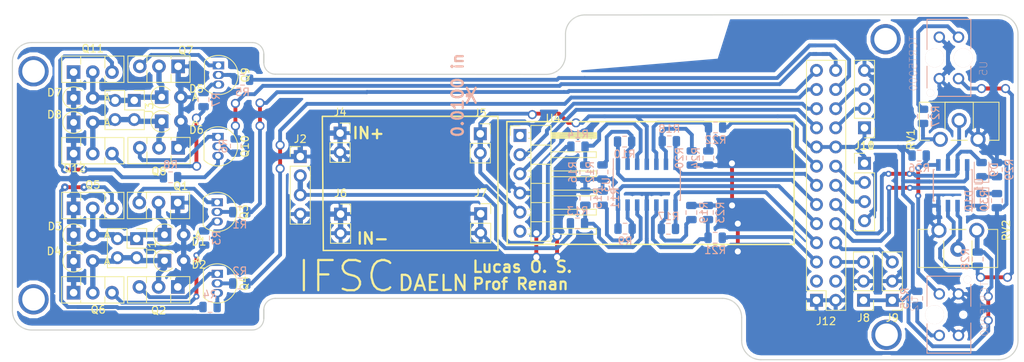
<source format=kicad_pcb>
(kicad_pcb (version 20171130) (host pcbnew "(5.0.2)-1")
  (layers (0 F.Cu signal) (31 B.Cu signal) (34 B.Paste user) (35 F.Paste user) (36 B.SilkS user) (37 F.SilkS user) (38 B.Mask user) (39 F.Mask user) (44 Edge.Cuts user))
  (net 0 "")
  (net 1 GND)
  (net 2 +5V)
  (net 3 TXB)
  (net 4 RXB)
  (net 5 PWM2)
  (net 6 PWM1)
  (net 7 PWM2N)
  (net 8 PWM1N)
  (net 9 ADC1)
  (net 10 ADC0)
  (net 11 "Net-(Q12-Pad3)")
  (net 12 "Net-(Q11-Pad3)")
  (net 13 "Net-(Q2-Pad3)")
  (net 14 "Net-(Q1-Pad3)")
  (net 15 "Net-(Q6-Pad3)")
  (net 16 +BATT)
  (net 17 "Net-(D1-Pad1)")
  (net 18 "Net-(Q4-Pad3)")
  (net 19 "Net-(D5-Pad1)")
  (net 20 "Net-(Q10-Pad3)")
  (net 21 "Net-(R11-Pad1)")
  (net 22 BATMed)
  (net 23 "Net-(Q10-Pad2)")
  (net 24 "Net-(Q10-Pad1)")
  (net 25 "Net-(Q4-Pad2)")
  (net 26 "Net-(Q3-Pad2)")
  (net 27 "Net-(Q3-Pad3)")
  (net 28 "Net-(Q7-Pad3)")
  (net 29 "Net-(Q9-Pad3)")
  (net 30 "Net-(Q9-Pad2)")
  (net 31 "Net-(D6-Pad1)")
  (net 32 "Net-(D2-Pad1)")
  (net 33 "Net-(Q5-Pad3)")
  (net 34 "Net-(R13-Pad1)")
  (net 35 "Net-(R10-Pad2)")
  (net 36 "Net-(R14-Pad1)")
  (net 37 "Net-(U4-Pad1)")
  (net 38 "Net-(U4-Pad6)")
  (net 39 D1)
  (net 40 D0)
  (net 41 Trig1)
  (net 42 Echo1)
  (net 43 Trig0)
  (net 44 Echo0)
  (net 45 "Net-(R22-Pad1)")
  (net 46 "Net-(R21-Pad1)")
  (net 47 "Net-(R18-Pad2)")
  (net 48 "Net-(R17-Pad2)")
  (net 49 ADC3)
  (net 50 "Net-(D10-Pad1)")
  (net 51 A1)
  (net 52 A2)
  (net 53 "Net-(R25-Pad2)")
  (net 54 "Net-(R26-Pad2)")
  (net 55 "Net-(R27-Pad2)")
  (net 56 "Net-(R28-Pad2)")
  (net 57 "Net-(D9-Pad1)")
  (net 58 L_TCRT)
  (net 59 "Net-(RV2-Pad2)")
  (net 60 "Net-(RV1-Pad2)")
  (net 61 R_TCRT)
  (net 62 ADC2)
  (net 63 "Net-(J12-Pad3)")
  (net 64 "Net-(J12-Pad4)")
  (module Connector_PinHeader_2.54mm:PinHeader_1x04_P2.54mm_Vertical (layer F.Cu) (at 206.248 90.297)
    (fp_text reference J11 (at 0 -2.33) (layer F.SilkS))
    (fp_text value Conn_01x04)
    (pad 4 thru_hole oval (at 0 7.62) (size 1.7 1.7) (drill 1) (layers *.Cu *.Mask) (net 1 GND))
    (pad 3 thru_hole oval (at 0 5.08) (size 1.7 1.7) (drill 1) (layers *.Cu *.Mask) (net 42 Echo1))
    (pad 2 thru_hole oval (at 0 2.54) (size 1.7 1.7) (drill 1) (layers *.Cu *.Mask) (net 41 Trig1))
    (pad 1 thru_hole rect (at 0 0) (size 1.7 1.7) (drill 1) (layers *.Cu *.Mask) (net 2 +5V))
  )
  (module Connector_PinHeader_2.54mm:PinHeader_1x06_P2.54mm_Horizontal (layer F.Cu) (at 160.655 86.614)
    (fp_text reference U4 (at 4.385 -2.27) (layer F.SilkS))
    (fp_text value HC-05)
    (pad 6 thru_hole oval (at 0 12.7) (size 1.7 1.7) (drill 1) (layers *.Cu *.Mask) (net 38 "Net-(U4-Pad6)"))
    (pad 5 thru_hole oval (at 0 10.16) (size 1.7 1.7) (drill 1) (layers *.Cu *.Mask) (net 2 +5V))
    (pad 4 thru_hole oval (at 0 7.62) (size 1.7 1.7) (drill 1) (layers *.Cu *.Mask) (net 1 GND))
    (pad 3 thru_hole oval (at 0 5.08) (size 1.7 1.7) (drill 1) (layers *.Cu *.Mask) (net 3 TXB))
    (pad 2 thru_hole oval (at 0 2.54) (size 1.7 1.7) (drill 1) (layers *.Cu *.Mask) (net 4 RXB))
    (pad 1 thru_hole rect (at 0 0) (size 1.7 1.7) (drill 1) (layers *.Cu *.Mask) (net 37 "Net-(U4-Pad1)"))
  )
  (module Connector_PinHeader_2.54mm:PinHeader_1x03_P2.54mm_Vertical (layer F.Cu) (at 206.121 108.458 180)
    (fp_text reference J8 (at 0 -2.33 180) (layer F.SilkS))
    (fp_text value Conn_01x03)
    (pad 3 thru_hole oval (at 0 5.08 180) (size 1.7 1.7) (drill 1) (layers *.Cu *.Mask) (net 39 D1))
    (pad 2 thru_hole oval (at 0 2.54 180) (size 1.7 1.7) (drill 1) (layers *.Cu *.Mask) (net 1 GND))
    (pad 1 thru_hole rect (at 0 0 180) (size 1.7 1.7) (drill 1) (layers *.Cu *.Mask) (net 2 +5V))
  )
  (module Resistor_SMD:R_0805_2012Metric (layer B.Cu) (at 171.577 91.4504 270)
    (fp_text reference R12 (at 0 1.65 270) (layer B.SilkS) (effects (justify mirror)))
    (fp_text value 30k)
    (pad 1 smd roundrect (at -0.9375 0 270) (size 0.975 1.4) (layers B.Cu B.Paste B.Mask) (net 35 "Net-(R10-Pad2)"))
    (pad 2 smd roundrect (at 0.9375 0 270) (size 0.975 1.4) (layers B.Cu B.Paste B.Mask) (net 1 GND))
  )
  (module Resistor_SMD:R_0805_2012Metric (layer B.Cu) (at 168.2623 98.2599 180)
    (fp_text reference R13 (at 0 1.65 180) (layer B.SilkS) (effects (justify mirror)))
    (fp_text value 15k)
    (pad 2 smd roundrect (at 0.9375 0 180) (size 0.975 1.4) (layers B.Cu B.Paste B.Mask) (net 22 BATMed))
    (pad 1 smd roundrect (at -0.9375 0 180) (size 0.975 1.4) (layers B.Cu B.Paste B.Mask) (net 34 "Net-(R13-Pad1)"))
  )
  (module Resistor_SMD:R_0805_2012Metric (layer B.Cu) (at 168.3258 88.0999 180)
    (fp_text reference R14 (at 0 1.65 180) (layer B.SilkS) (effects (justify mirror)))
    (fp_text value 30k)
    (pad 1 smd roundrect (at -0.9375 0 180) (size 0.975 1.4) (layers B.Cu B.Paste B.Mask) (net 36 "Net-(R14-Pad1)"))
    (pad 2 smd roundrect (at 0.9375 0 180) (size 0.975 1.4) (layers B.Cu B.Paste B.Mask) (net 16 +BATT))
  )
  (module Connector_PinSocket_2.54mm:PinSocket_1x02_P2.54mm_Vertical (layer F.Cu) (at 155.3972 86.3854)
    (fp_text reference J5 (at 0 -2.77) (layer F.SilkS))
    (fp_text value Conn_01x02_Male)
    (pad 1 thru_hole rect (at 0 0) (size 1.7 1.7) (drill 1) (layers *.Cu *.Mask) (net 2 +5V))
    (pad 2 thru_hole oval (at 0 2.54) (size 1.7 1.7) (drill 1) (layers *.Cu *.Mask) (net 2 +5V))
  )
  (module Connector_PinHeader_2.54mm:PinHeader_1x04_P2.54mm_Vertical (layer F.Cu) (at 206.248 85.598 180)
    (fp_text reference J10 (at 0 -2.33 180) (layer F.SilkS))
    (fp_text value Conn_01x04)
    (pad 1 thru_hole rect (at 0 0 180) (size 1.7 1.7) (drill 1) (layers *.Cu *.Mask) (net 2 +5V))
    (pad 2 thru_hole oval (at 0 2.54 180) (size 1.7 1.7) (drill 1) (layers *.Cu *.Mask) (net 43 Trig0))
    (pad 3 thru_hole oval (at 0 5.08 180) (size 1.7 1.7) (drill 1) (layers *.Cu *.Mask) (net 44 Echo0))
    (pad 4 thru_hole oval (at 0 7.62 180) (size 1.7 1.7) (drill 1) (layers *.Cu *.Mask) (net 1 GND))
  )
  (module TCRT5000:OPTO_TCRT5000 (layer B.Cu) (at 217.424 76.327 90)
    (fp_text reference U5 (at -1.40117 4.57476 90) (layer B.SilkS) (effects (font (size 1.00413 1.00413) (thickness 0.05)) (justify mirror)))
    (fp_text value TCRT5000 (at -0.758895 -4.71434 90) (layer B.SilkS) (effects (font (size 1.00533 1.00533) (thickness 0.05)) (justify mirror)))
    (pad COLL thru_hole circle (at -2.75 1.27 90) (size 1.508 1.508) (drill 1) (layers *.Cu *.Mask) (net 56 "Net-(R28-Pad2)"))
    (pad E thru_hole circle (at -2.75 -1.27 90) (size 1.508 1.508) (drill 1) (layers *.Cu *.Mask) (net 1 GND))
    (pad A thru_hole circle (at 2.75 1.27 90) (size 1.508 1.508) (drill 1) (layers *.Cu *.Mask) (net 55 "Net-(R27-Pad2)"))
    (pad CATH thru_hole circle (at 2.75 -1.27 90) (size 1.508 1.508) (drill 1) (layers *.Cu *.Mask) (net 1 GND))
    (pad Hole np_thru_hole circle (at -4.65 -2.45 90) (size 1 1) (drill 1) (layers *.Cu *.Mask B.SilkS))
    (pad Hole np_thru_hole circle (at 0 -1.9 90) (size 2.5 2.5) (drill 2.5) (layers *.Cu *.Mask B.SilkS))
    (pad Hole np_thru_hole circle (at 0 1.9 90) (size 2.5 2.5) (drill 2.5) (layers *.Cu *.Mask B.SilkS))
  )
  (module Resistor_SMD:R_0805_2012Metric (layer B.Cu) (at 180.4162 87.376 180)
    (fp_text reference R18 (at 0 1.65 180) (layer B.SilkS) (effects (justify mirror)))
    (fp_text value R)
    (pad 1 smd roundrect (at -0.9375 0 180) (size 0.975 1.4) (layers B.Cu B.Paste B.Mask) (net 62 ADC2))
    (pad 2 smd roundrect (at 0.9375 0 180) (size 0.975 1.4) (layers B.Cu B.Paste B.Mask) (net 47 "Net-(R18-Pad2)"))
  )
  (module Resistor_SMD:R_0805_2012Metric (layer B.Cu) (at 183.3372 96.8248 90)
    (fp_text reference R19 (at 0 1.65 90) (layer B.SilkS) (effects (justify mirror)))
    (fp_text value R)
    (pad 2 smd roundrect (at 0.9375 0 90) (size 0.975 1.4) (layers B.Cu B.Paste B.Mask) (net 1 GND))
    (pad 1 smd roundrect (at -0.9375 0 90) (size 0.975 1.4) (layers B.Cu B.Paste B.Mask) (net 48 "Net-(R17-Pad2)"))
  )
  (module Resistor_SMD:R_0805_2012Metric (layer B.Cu) (at 169.3037 94.9198 90)
    (fp_text reference R15 (at 0 1.65 90) (layer B.SilkS) (effects (justify mirror)))
    (fp_text value 10k)
    (pad 2 smd roundrect (at 0.9375 0 90) (size 0.975 1.4) (layers B.Cu B.Paste B.Mask) (net 1 GND))
    (pad 1 smd roundrect (at -0.9375 0 90) (size 0.975 1.4) (layers B.Cu B.Paste B.Mask) (net 34 "Net-(R13-Pad1)"))
  )
  (module Package_SO:SOIC-8_3.9x4.9mm_P1.27mm (layer B.Cu) (at 217.932 93.218 90)
    (fp_text reference U1 (at 0 3.5 90) (layer B.SilkS) (effects (justify mirror)))
    (fp_text value LM393)
    (pad 1 smd rect (at -2.7 1.905 90) (size 1.55 0.6) (layers B.Cu B.Paste B.Mask) (net 58 L_TCRT))
    (pad 2 smd rect (at -2.7 0.635 90) (size 1.55 0.6) (layers B.Cu B.Paste B.Mask) (net 59 "Net-(RV2-Pad2)"))
    (pad 3 smd rect (at -2.7 -0.635 90) (size 1.55 0.6) (layers B.Cu B.Paste B.Mask) (net 56 "Net-(R28-Pad2)"))
    (pad 4 smd rect (at -2.7 -1.905 90) (size 1.55 0.6) (layers B.Cu B.Paste B.Mask) (net 1 GND))
    (pad 5 smd rect (at 2.7 -1.905 90) (size 1.55 0.6) (layers B.Cu B.Paste B.Mask) (net 54 "Net-(R26-Pad2)"))
    (pad 6 smd rect (at 2.7 -0.635 90) (size 1.55 0.6) (layers B.Cu B.Paste B.Mask) (net 60 "Net-(RV1-Pad2)"))
    (pad 7 smd rect (at 2.7 0.635 90) (size 1.55 0.6) (layers B.Cu B.Paste B.Mask) (net 61 R_TCRT))
    (pad 8 smd rect (at 2.7 1.905 90) (size 1.55 0.6) (layers B.Cu B.Paste B.Mask) (net 2 +5V))
  )
  (module Connector_PinSocket_2.54mm:PinSocket_2x13_P2.54mm_Vertical (layer F.Cu) (at 199.898 108.458 180)
    (fp_text reference J12 (at -1.27 -2.77 180) (layer F.SilkS))
    (fp_text value Conn_02x13_Odd_Even)
    (pad 1 thru_hole rect (at 0 0 180) (size 1.7 1.7) (drill 1) (layers *.Cu *.Mask) (net 1 GND))
    (pad 2 thru_hole oval (at -2.54 0 180) (size 1.7 1.7) (drill 1) (layers *.Cu *.Mask) (net 1 GND))
    (pad 3 thru_hole oval (at 0 2.54 180) (size 1.7 1.7) (drill 1) (layers *.Cu *.Mask) (net 63 "Net-(J12-Pad3)"))
    (pad 4 thru_hole oval (at -2.54 2.54 180) (size 1.7 1.7) (drill 1) (layers *.Cu *.Mask) (net 64 "Net-(J12-Pad4)"))
    (pad 5 thru_hole oval (at 0 5.08 180) (size 1.7 1.7) (drill 1) (layers *.Cu *.Mask) (net 51 A1))
    (pad 6 thru_hole oval (at -2.54 5.08 180) (size 1.7 1.7) (drill 1) (layers *.Cu *.Mask) (net 39 D1))
    (pad 7 thru_hole oval (at 0 7.62 180) (size 1.7 1.7) (drill 1) (layers *.Cu *.Mask) (net 49 ADC3))
    (pad 8 thru_hole oval (at -2.54 7.62 180) (size 1.7 1.7) (drill 1) (layers *.Cu *.Mask) (net 40 D0))
    (pad 9 thru_hole oval (at 0 10.16 180) (size 1.7 1.7) (drill 1) (layers *.Cu *.Mask) (net 10 ADC0))
    (pad 10 thru_hole oval (at -2.54 10.16 180) (size 1.7 1.7) (drill 1) (layers *.Cu *.Mask) (net 58 L_TCRT))
    (pad 11 thru_hole oval (at 0 12.7 180) (size 1.7 1.7) (drill 1) (layers *.Cu *.Mask) (net 9 ADC1))
    (pad 12 thru_hole oval (at -2.54 12.7 180) (size 1.7 1.7) (drill 1) (layers *.Cu *.Mask) (net 61 R_TCRT))
    (pad 13 thru_hole oval (at 0 15.24 180) (size 1.7 1.7) (drill 1) (layers *.Cu *.Mask) (net 62 ADC2))
    (pad 14 thru_hole oval (at -2.54 15.24 180) (size 1.7 1.7) (drill 1) (layers *.Cu *.Mask) (net 42 Echo1))
    (pad 15 thru_hole oval (at 0 17.78 180) (size 1.7 1.7) (drill 1) (layers *.Cu *.Mask) (net 52 A2))
    (pad 16 thru_hole oval (at -2.54 17.78 180) (size 1.7 1.7) (drill 1) (layers *.Cu *.Mask) (net 41 Trig1))
    (pad 17 thru_hole oval (at 0 20.32 180) (size 1.7 1.7) (drill 1) (layers *.Cu *.Mask) (net 2 +5V))
    (pad 18 thru_hole oval (at -2.54 20.32 180) (size 1.7 1.7) (drill 1) (layers *.Cu *.Mask) (net 2 +5V))
    (pad 19 thru_hole oval (at 0 22.86 180) (size 1.7 1.7) (drill 1) (layers *.Cu *.Mask) (net 3 TXB))
    (pad 20 thru_hole oval (at -2.54 22.86 180) (size 1.7 1.7) (drill 1) (layers *.Cu *.Mask) (net 43 Trig0))
    (pad 21 thru_hole oval (at 0 25.4 180) (size 1.7 1.7) (drill 1) (layers *.Cu *.Mask) (net 4 RXB))
    (pad 22 thru_hole oval (at -2.54 25.4 180) (size 1.7 1.7) (drill 1) (layers *.Cu *.Mask) (net 44 Echo0))
    (pad 23 thru_hole oval (at 0 27.94 180) (size 1.7 1.7) (drill 1) (layers *.Cu *.Mask) (net 6 PWM1))
    (pad 24 thru_hole oval (at -2.54 27.94 180) (size 1.7 1.7) (drill 1) (layers *.Cu *.Mask) (net 7 PWM2N))
    (pad 25 thru_hole oval (at 0 30.48 180) (size 1.7 1.7) (drill 1) (layers *.Cu *.Mask) (net 8 PWM1N))
    (pad 26 thru_hole oval (at -2.54 30.48 180) (size 1.7 1.7) (drill 1) (layers *.Cu *.Mask) (net 5 PWM2))
  )
  (module Connector_PinSocket_2.54mm:PinSocket_1x02_P2.54mm_Vertical (layer F.Cu) (at 136.906 97.028)
    (fp_text reference J6 (at 0 -2.77) (layer F.SilkS))
    (fp_text value Conn_01x02_Male)
    (pad 2 thru_hole oval (at 0 2.54) (size 1.7 1.7) (drill 1) (layers *.Cu *.Mask) (net 1 GND))
    (pad 1 thru_hole rect (at 0 0) (size 1.7 1.7) (drill 1) (layers *.Cu *.Mask) (net 1 GND))
  )
  (module Connector_PinHeader_2.54mm:PinHeader_1x03_P2.54mm_Vertical (layer F.Cu) (at 209.931 108.458 180)
    (fp_text reference J9 (at 0 -2.33 180) (layer F.SilkS))
    (fp_text value Conn_01x03)
    (pad 1 thru_hole rect (at 0 0 180) (size 1.7 1.7) (drill 1) (layers *.Cu *.Mask) (net 2 +5V))
    (pad 2 thru_hole oval (at 0 2.54 180) (size 1.7 1.7) (drill 1) (layers *.Cu *.Mask) (net 1 GND))
    (pad 3 thru_hole oval (at 0 5.08 180) (size 1.7 1.7) (drill 1) (layers *.Cu *.Mask) (net 40 D0))
  )
  (module Resistor_SMD:R_0805_2012Metric (layer B.Cu) (at 180.3019 98.9838 180)
    (fp_text reference R17 (at 0 1.65 180) (layer B.SilkS) (effects (justify mirror)))
    (fp_text value R)
    (pad 2 smd roundrect (at 0.9375 0 180) (size 0.975 1.4) (layers B.Cu B.Paste B.Mask) (net 48 "Net-(R17-Pad2)"))
    (pad 1 smd roundrect (at -0.9375 0 180) (size 0.975 1.4) (layers B.Cu B.Paste B.Mask) (net 49 ADC3))
  )
  (module Resistor_SMD:R_0805_2012Metric (layer B.Cu) (at 213.995 84.074 90)
    (fp_text reference R27 (at 0 1.65 90) (layer B.SilkS) (effects (justify mirror)))
    (fp_text value 1k)
    (pad 2 smd roundrect (at 0.9375 0 90) (size 0.975 1.4) (layers B.Cu B.Paste B.Mask) (net 55 "Net-(R27-Pad2)"))
    (pad 1 smd roundrect (at -0.9375 0 90) (size 0.975 1.4) (layers B.Cu B.Paste B.Mask) (net 2 +5V))
  )
  (module Resistor_SMD:R_0805_2012Metric (layer B.Cu) (at 213.233 108.204 270)
    (fp_text reference R25 (at 0 1.65 270) (layer B.SilkS) (effects (justify mirror)))
    (fp_text value 1k)
    (pad 2 smd roundrect (at 0.9375 0 270) (size 0.975 1.4) (layers B.Cu B.Paste B.Mask) (net 53 "Net-(R25-Pad2)"))
    (pad 1 smd roundrect (at -0.9375 0 270) (size 0.975 1.4) (layers B.Cu B.Paste B.Mask) (net 2 +5V))
  )
  (module Resistor_SMD:R_0805_2012Metric (layer B.Cu) (at 185.5851 89.5985 270)
    (fp_text reference R24 (at 0 1.65 270) (layer B.SilkS) (effects (justify mirror)))
    (fp_text value R)
    (pad 1 smd roundrect (at -0.9375 0 270) (size 0.975 1.4) (layers B.Cu B.Paste B.Mask) (net 45 "Net-(R22-Pad1)"))
    (pad 2 smd roundrect (at 0.9375 0 270) (size 0.975 1.4) (layers B.Cu B.Paste B.Mask) (net 1 GND))
  )
  (module Resistor_SMD:R_0805_2012Metric (layer B.Cu) (at 183.4007 89.5985 270)
    (fp_text reference R20 (at 0 1.65 270) (layer B.SilkS) (effects (justify mirror)))
    (fp_text value R)
    (pad 1 smd roundrect (at -0.9375 0 270) (size 0.975 1.4) (layers B.Cu B.Paste B.Mask) (net 47 "Net-(R18-Pad2)"))
    (pad 2 smd roundrect (at 0.9375 0 270) (size 0.975 1.4) (layers B.Cu B.Paste B.Mask) (net 1 GND))
  )
  (module Resistor_SMD:R_0805_2012Metric (layer B.Cu) (at 186.4868 100.1649)
    (fp_text reference R21 (at 0 1.65) (layer B.SilkS) (effects (justify mirror)))
    (fp_text value R)
    (pad 2 smd roundrect (at 0.9375 0) (size 0.975 1.4) (layers B.Cu B.Paste B.Mask) (net 51 A1))
    (pad 1 smd roundrect (at -0.9375 0) (size 0.975 1.4) (layers B.Cu B.Paste B.Mask) (net 46 "Net-(R21-Pad1)"))
  )
  (module Resistor_SMD:R_0805_2012Metric (layer B.Cu) (at 186.5376 85.5472)
    (fp_text reference R22 (at 0 1.65) (layer B.SilkS) (effects (justify mirror)))
    (fp_text value R)
    (pad 1 smd roundrect (at -0.9375 0) (size 0.975 1.4) (layers B.Cu B.Paste B.Mask) (net 45 "Net-(R22-Pad1)"))
    (pad 2 smd roundrect (at 0.9375 0) (size 0.975 1.4) (layers B.Cu B.Paste B.Mask) (net 52 A2))
  )
  (module Connector_PinSocket_2.54mm:PinSocket_1x02_P2.54mm_Vertical (layer F.Cu) (at 155.448 96.9772)
    (fp_text reference J7 (at 0 -2.77) (layer F.SilkS))
    (fp_text value Conn_01x02_Male)
    (pad 1 thru_hole rect (at 0 0) (size 1.7 1.7) (drill 1) (layers *.Cu *.Mask) (net 1 GND))
    (pad 2 thru_hole oval (at 0 2.54) (size 1.7 1.7) (drill 1) (layers *.Cu *.Mask) (net 1 GND))
  )
  (module TCRT5000:OPTO_TCRT5000 (layer B.Cu) (at 217.424 110.363 270)
    (fp_text reference U2 (at -1.40117 4.57476 270) (layer B.SilkS) (effects (font (size 1.00413 1.00413) (thickness 0.05)) (justify mirror)))
    (fp_text value TCRT5000 (at -0.758895 -4.71434 270) (layer B.SilkS) (effects (font (size 1.00533 1.00533) (thickness 0.05)) (justify mirror)))
    (pad Hole np_thru_hole circle (at 0 1.9 270) (size 2.5 2.5) (drill 2.5) (layers *.Cu *.Mask B.SilkS))
    (pad "" np_thru_hole circle (at 0 -1.9 270) (size 0.1 0.1) (drill 0.1) (layers *.Cu *.Mask B.SilkS))
    (pad Hole np_thru_hole circle (at -4.65 -2.45 270) (size 1 1) (drill 1) (layers *.Cu *.Mask B.SilkS))
    (pad CATH thru_hole circle (at 2.75 -1.27 270) (size 1.508 1.508) (drill 1) (layers *.Cu *.Mask) (net 1 GND))
    (pad A thru_hole circle (at 2.75 1.27 270) (size 1.508 1.508) (drill 1) (layers *.Cu *.Mask) (net 53 "Net-(R25-Pad2)"))
    (pad E thru_hole circle (at -2.75 -1.27 270) (size 1.508 1.508) (drill 1) (layers *.Cu *.Mask) (net 1 GND))
    (pad COLL thru_hole circle (at -2.75 1.27 270) (size 1.508 1.508) (drill 1) (layers *.Cu *.Mask) (net 54 "Net-(R26-Pad2)"))
  )
  (module Connector_PinSocket_2.54mm:PinSocket_1x02_P2.54mm_Vertical (layer F.Cu) (at 136.8425 86.2965)
    (fp_text reference J4 (at 0 -2.77) (layer F.SilkS))
    (fp_text value Conn_01x02_Male)
    (pad 2 thru_hole oval (at 0 2.54) (size 1.7 1.7) (drill 1) (layers *.Cu *.Mask) (net 16 +BATT))
    (pad 1 thru_hole rect (at 0 0) (size 1.7 1.7) (drill 1) (layers *.Cu *.Mask) (net 16 +BATT))
  )
  (module Resistor_SMD:R_0805_2012Metric (layer B.Cu) (at 213.487 89.281)
    (fp_text reference R26 (at 0 1.65) (layer B.SilkS) (effects (justify mirror)))
    (fp_text value 10k)
    (pad 1 smd roundrect (at -0.9375 0) (size 0.975 1.4) (layers B.Cu B.Paste B.Mask) (net 2 +5V))
    (pad 2 smd roundrect (at 0.9375 0) (size 0.975 1.4) (layers B.Cu B.Paste B.Mask) (net 54 "Net-(R26-Pad2)"))
  )
  (module Resistor_SMD:R_0805_2012Metric (layer B.Cu) (at 185.5216 96.8248 90)
    (fp_text reference R23 (at 0 1.65 90) (layer B.SilkS) (effects (justify mirror)))
    (fp_text value R)
    (pad 2 smd roundrect (at 0.9375 0 90) (size 0.975 1.4) (layers B.Cu B.Paste B.Mask) (net 1 GND))
    (pad 1 smd roundrect (at -0.9375 0 90) (size 0.975 1.4) (layers B.Cu B.Paste B.Mask) (net 46 "Net-(R21-Pad1)"))
  )
  (module Package_TO_SOT_THT:TO-126-3_Vertical (layer F.Cu) (at 101.569055 89.007582)
    (fp_text reference Q12 (at 0.132545 1.949818) (layer F.SilkS))
    (fp_text value BD139)
    (pad 3 thru_hole oval (at 5.08 0) (size 1.8 1.8) (drill 1) (layers *.Cu *.Mask) (net 11 "Net-(Q12-Pad3)"))
    (pad 2 thru_hole oval (at 2.54 0) (size 1.8 1.8) (drill 1) (layers *.Cu *.Mask) (net 31 "Net-(D6-Pad1)"))
    (pad 1 thru_hole rect (at 0 0) (size 1.8 1.8) (drill 1) (layers *.Cu *.Mask) (net 1 GND))
  )
  (module Resistor_SMD:R_0805_2012Metric (layer B.Cu) (at 169.293859 91.473729 270)
    (fp_text reference R16 (at 0 1.65 270) (layer B.SilkS) (effects (justify mirror)))
    (fp_text value 10k)
    (pad 2 smd roundrect (at 0.9375 0 270) (size 0.975 1.4) (layers B.Cu B.Paste B.Mask) (net 1 GND))
    (pad 1 smd roundrect (at -0.9375 0 270) (size 0.975 1.4) (layers B.Cu B.Paste B.Mask) (net 36 "Net-(R14-Pad1)"))
  )
  (module Package_TO_SOT_THT:TO-92_Inline (layer F.Cu) (at 120.570532 95.469845 270)
    (fp_text reference Q3 (at 1.27 -3.56 270) (layer F.SilkS))
    (fp_text value BC548)
    (pad 1 thru_hole rect (at 0 0 270) (size 1.05 1.5) (drill 0.75) (layers *.Cu *.Mask) (net 14 "Net-(Q1-Pad3)"))
    (pad 3 thru_hole oval (at 2.54 0 270) (size 1.05 1.5) (drill 0.75) (layers *.Cu *.Mask) (net 27 "Net-(Q3-Pad3)"))
    (pad 2 thru_hole oval (at 1.27 0 270) (size 1.05 1.5) (drill 0.75) (layers *.Cu *.Mask) (net 26 "Net-(Q3-Pad2)"))
  )
  (module Package_TO_SOT_THT:TO-92_Inline (layer F.Cu) (at 120.593655 104.946082 270)
    (fp_text reference Q4 (at 1.27 -3.56 270) (layer F.SilkS))
    (fp_text value BC548)
    (pad 2 thru_hole oval (at 1.27 0 270) (size 1.05 1.5) (drill 0.75) (layers *.Cu *.Mask) (net 25 "Net-(Q4-Pad2)"))
    (pad 3 thru_hole oval (at 2.54 0 270) (size 1.05 1.5) (drill 0.75) (layers *.Cu *.Mask) (net 18 "Net-(Q4-Pad3)"))
    (pad 1 thru_hole rect (at 0 0 270) (size 1.05 1.5) (drill 0.75) (layers *.Cu *.Mask) (net 13 "Net-(Q2-Pad3)"))
  )
  (module Package_TO_SOT_THT:TO-92_Inline (layer F.Cu) (at 120.682555 86.785082 270)
    (fp_text reference Q10 (at 1.27 -3.56 270) (layer F.SilkS))
    (fp_text value BC548)
    (pad 1 thru_hole rect (at 0 0 270) (size 1.05 1.5) (drill 0.75) (layers *.Cu *.Mask) (net 24 "Net-(Q10-Pad1)"))
    (pad 3 thru_hole oval (at 2.54 0 270) (size 1.05 1.5) (drill 0.75) (layers *.Cu *.Mask) (net 20 "Net-(Q10-Pad3)"))
    (pad 2 thru_hole oval (at 1.27 0 270) (size 1.05 1.5) (drill 0.75) (layers *.Cu *.Mask) (net 23 "Net-(Q10-Pad2)"))
  )
  (module Package_TO_SOT_THT:TO-126-3_Vertical (layer F.Cu) (at 101.569055 107.447982)
    (fp_text reference Q6 (at 3.256745 2.254618) (layer F.SilkS))
    (fp_text value BD139)
    (pad 3 thru_hole oval (at 5.08 0) (size 1.8 1.8) (drill 1) (layers *.Cu *.Mask) (net 15 "Net-(Q6-Pad3)"))
    (pad 2 thru_hole oval (at 2.54 0) (size 1.8 1.8) (drill 1) (layers *.Cu *.Mask) (net 32 "Net-(D2-Pad1)"))
    (pad 1 thru_hole rect (at 0 0) (size 1.8 1.8) (drill 1) (layers *.Cu *.Mask) (net 1 GND))
  )
  (module Resistor_SMD:R_0805_2012Metric (layer B.Cu) (at 119.634 109.347 180)
    (fp_text reference R4 (at 0 1.65 180) (layer B.SilkS) (effects (justify mirror)))
    (fp_text value 150)
    (pad 2 smd roundrect (at 0.9375 0 180) (size 0.975 1.4) (layers B.Cu B.Paste B.Mask) (net 33 "Net-(Q5-Pad3)"))
    (pad 1 smd roundrect (at -0.9375 0 180) (size 0.975 1.4) (layers B.Cu B.Paste B.Mask) (net 18 "Net-(Q4-Pad3)"))
  )
  (module Package_TO_SOT_THT:TO-126-3_Vertical (layer F.Cu) (at 115.412055 88.245582 180)
    (fp_text reference Q8 (at 2.54 -3.12 180) (layer F.SilkS))
    (fp_text value BD140)
    (pad 1 thru_hole rect (at 0 0 180) (size 1.8 1.8) (drill 1) (layers *.Cu *.Mask) (net 16 +BATT))
    (pad 2 thru_hole oval (at 2.54 0 180) (size 1.8 1.8) (drill 1) (layers *.Cu *.Mask) (net 31 "Net-(D6-Pad1)"))
    (pad 3 thru_hole oval (at 5.08 0 180) (size 1.8 1.8) (drill 1) (layers *.Cu *.Mask) (net 24 "Net-(Q10-Pad1)"))
  )
  (module Connector_PinHeader_2.54mm:PinHeader_2x02_P2.54mm_Vertical (layer F.Cu) (at 109.597964 81.964284 270)
    (fp_text reference J3 (at 1.119116 -2.009636 90) (layer F.SilkS))
    (fp_text value Conn_02x02_Odd_Even)
    (pad 4 thru_hole oval (at 2.54 2.54 270) (size 1.7 1.7) (drill 1) (layers *.Cu *.Mask) (net 31 "Net-(D6-Pad1)"))
    (pad 3 thru_hole oval (at 0 2.54 270) (size 1.7 1.7) (drill 1) (layers *.Cu *.Mask) (net 19 "Net-(D5-Pad1)"))
    (pad 2 thru_hole oval (at 2.54 0 270) (size 1.7 1.7) (drill 1) (layers *.Cu *.Mask) (net 31 "Net-(D6-Pad1)"))
    (pad 1 thru_hole rect (at 0 0 270) (size 1.7 1.7) (drill 1) (layers *.Cu *.Mask) (net 19 "Net-(D5-Pad1)"))
  )
  (module Resistor_SMD:R_0805_2012Metric (layer B.Cu) (at 171.5897 94.9198 90)
    (fp_text reference R11 (at 0 1.65 90) (layer B.SilkS) (effects (justify mirror)))
    (fp_text value 15k)
    (pad 1 smd roundrect (at -0.9375 0 90) (size 0.975 1.4) (layers B.Cu B.Paste B.Mask) (net 21 "Net-(R11-Pad1)"))
    (pad 2 smd roundrect (at 0.9375 0 90) (size 0.975 1.4) (layers B.Cu B.Paste B.Mask) (net 1 GND))
  )
  (module Diode_THT:D_A-405_P2.54mm_Vertical_AnodeUp (layer F.Cu) (at 113.230164 84.732884)
    (fp_text reference D6 (at 4.600436 1.144516) (layer F.SilkS))
    (fp_text value DIODE)
    (fp_text user A (at 4.44 0) (layer F.SilkS))
    (pad 1 thru_hole rect (at 0 0) (size 1.8 1.8) (drill 0.9) (layers *.Cu *.Mask) (net 31 "Net-(D6-Pad1)"))
    (pad 2 thru_hole oval (at 2.54 0) (size 1.8 1.8) (drill 0.9) (layers *.Cu *.Mask) (net 16 +BATT))
  )
  (module Diode_THT:D_A-405_P2.54mm_Vertical_AnodeUp (layer F.Cu) (at 101.571564 81.608684)
    (fp_text reference D7 (at -2.536964 -0.684284) (layer F.SilkS))
    (fp_text value DIODE)
    (fp_text user A (at 4.44 0) (layer F.SilkS))
    (pad 2 thru_hole oval (at 2.54 0) (size 1.8 1.8) (drill 0.9) (layers *.Cu *.Mask) (net 19 "Net-(D5-Pad1)") (clearance 0.2))
    (pad 1 thru_hole rect (at 0 0) (size 1.8 1.8) (drill 0.9) (layers *.Cu *.Mask) (net 1 GND))
  )
  (module Diode_THT:D_A-405_P2.54mm_Vertical_AnodeUp (layer F.Cu) (at 113.598464 103.198684)
    (fp_text reference D2 (at 4.562336 0.534916) (layer F.SilkS))
    (fp_text value DIODE)
    (fp_text user A (at 4.44 0) (layer F.SilkS))
    (pad 1 thru_hole rect (at 0 0) (size 1.8 1.8) (drill 0.9) (layers *.Cu *.Mask) (net 32 "Net-(D2-Pad1)"))
    (pad 2 thru_hole oval (at 2.54 0) (size 1.8 1.8) (drill 0.9) (layers *.Cu *.Mask) (net 16 +BATT))
  )
  (module Diode_THT:D_A-405_P2.54mm_Vertical_AnodeUp (layer F.Cu) (at 101.571564 99.769684)
    (fp_text reference D3 (at -2.460764 -1.116084) (layer F.SilkS))
    (fp_text value DIODE)
    (fp_text user A (at 4.44 0) (layer F.SilkS))
    (pad 2 thru_hole oval (at 2.54 0) (size 1.8 1.8) (drill 0.9) (layers *.Cu *.Mask) (net 17 "Net-(D1-Pad1)"))
    (pad 1 thru_hole rect (at 0 0) (size 1.8 1.8) (drill 0.9) (layers *.Cu *.Mask) (net 1 GND))
  )
  (module Diode_THT:D_A-405_P2.54mm_Vertical_AnodeUp (layer F.Cu) (at 101.571564 84.885284)
    (fp_text reference D8 (at -2.536964 -1.039884) (layer F.SilkS))
    (fp_text value DIODE)
    (fp_text user A (at 4.44 0) (layer F.SilkS))
    (pad 1 thru_hole rect (at 0 0) (size 1.8 1.8) (drill 0.9) (layers *.Cu *.Mask) (net 1 GND))
    (pad 2 thru_hole oval (at 2.54 0) (size 1.8 1.8) (drill 0.9) (layers *.Cu *.Mask) (net 31 "Net-(D6-Pad1)"))
  )
  (module Resistor_SMD:R_0805_2012Metric (layer B.Cu) (at 174.498 87.4268)
    (fp_text reference R10 (at 0 1.65) (layer B.SilkS) (effects (justify mirror)))
    (fp_text value 10k)
    (pad 2 smd roundrect (at 0.9375 0) (size 0.975 1.4) (layers B.Cu B.Paste B.Mask) (net 35 "Net-(R10-Pad2)"))
    (pad 1 smd roundrect (at -0.9375 0) (size 0.975 1.4) (layers B.Cu B.Paste B.Mask) (net 9 ADC1))
  )
  (module Diode_THT:D_A-405_P2.54mm_Vertical_AnodeUp (layer F.Cu) (at 101.571564 103.262184)
    (fp_text reference D4 (at -2.587764 -1.306584) (layer F.SilkS))
    (fp_text value DIODE)
    (fp_text user A (at 4.44 0) (layer F.SilkS))
    (pad 1 thru_hole rect (at 0 0) (size 1.8 1.8) (drill 0.9) (layers *.Cu *.Mask) (net 1 GND))
    (pad 2 thru_hole oval (at 2.54 0) (size 1.8 1.8) (drill 0.9) (layers *.Cu *.Mask) (net 32 "Net-(D2-Pad1)"))
  )
  (module Resistor_SMD:R_0805_2012Metric (layer B.Cu) (at 123.571 106.2355 180)
    (fp_text reference R2 (at 0 1.65 180) (layer B.SilkS) (effects (justify mirror)))
    (fp_text value 470)
    (pad 1 smd roundrect (at -0.9375 0 180) (size 0.975 1.4) (layers B.Cu B.Paste B.Mask) (net 6 PWM1))
    (pad 2 smd roundrect (at 0.9375 0 180) (size 0.975 1.4) (layers B.Cu B.Paste B.Mask) (net 25 "Net-(Q4-Pad2)"))
  )
  (module Resistor_SMD:R_0805_2012Metric (layer B.Cu) (at 114.4016 92.1512 180)
    (fp_text reference R8 (at 0 1.65 180) (layer B.SilkS) (effects (justify mirror)))
    (fp_text value 150)
    (pad 2 smd roundrect (at 0.9375 0 180) (size 0.975 1.4) (layers B.Cu B.Paste B.Mask) (net 12 "Net-(Q11-Pad3)"))
    (pad 1 smd roundrect (at -0.9375 0 180) (size 0.975 1.4) (layers B.Cu B.Paste B.Mask) (net 20 "Net-(Q10-Pad3)"))
  )
  (module Resistor_SMD:R_0805_2012Metric (layer B.Cu) (at 174.563969 98.9584)
    (fp_text reference R9 (at 0 1.65) (layer B.SilkS) (effects (justify mirror)))
    (fp_text value 10k)
    (pad 1 smd roundrect (at -0.9375 0) (size 0.975 1.4) (layers B.Cu B.Paste B.Mask) (net 10 ADC0))
    (pad 2 smd roundrect (at 0.9375 0) (size 0.975 1.4) (layers B.Cu B.Paste B.Mask) (net 21 "Net-(R11-Pad1)"))
  )
  (module Resistor_SMD:R_0805_2012Metric (layer B.Cu) (at 123.0376 88.0087 270)
    (fp_text reference R6 (at 0 1.65 270) (layer B.SilkS) (effects (justify mirror)))
    (fp_text value 470)
    (pad 2 smd roundrect (at 0.9375 0 270) (size 0.975 1.4) (layers B.Cu B.Paste B.Mask) (net 23 "Net-(Q10-Pad2)"))
    (pad 1 smd roundrect (at -0.9375 0 270) (size 0.975 1.4) (layers B.Cu B.Paste B.Mask) (net 5 PWM2))
  )
  (module Resistor_SMD:R_0805_2012Metric (layer B.Cu) (at 118.843564 100.199184 90)
    (fp_text reference R3 (at 0 1.65 90) (layer B.SilkS) (effects (justify mirror)))
    (fp_text value 150)
    (pad 1 smd roundrect (at -0.9375 0 90) (size 0.975 1.4) (layers B.Cu B.Paste B.Mask) (net 15 "Net-(Q6-Pad3)"))
    (pad 2 smd roundrect (at 0.9375 0 90) (size 0.975 1.4) (layers B.Cu B.Paste B.Mask) (net 27 "Net-(Q3-Pad3)"))
  )
  (module Package_TO_SOT_THT:TO-126-3_Vertical (layer F.Cu) (at 115.348555 95.509982 180)
    (fp_text reference Q1 (at -0.399245 2.190382 180) (layer F.SilkS))
    (fp_text value BD140)
    (pad 1 thru_hole rect (at 0 0 180) (size 1.8 1.8) (drill 1) (layers *.Cu *.Mask) (net 16 +BATT))
    (pad 2 thru_hole oval (at 2.54 0 180) (size 1.8 1.8) (drill 1) (layers *.Cu *.Mask) (net 17 "Net-(D1-Pad1)"))
    (pad 3 thru_hole oval (at 5.08 0 180) (size 1.8 1.8) (drill 1) (layers *.Cu *.Mask) (net 14 "Net-(Q1-Pad3)"))
  )
  (module Package_TO_SOT_THT:TO-92_Inline (layer F.Cu) (at 120.746055 77.323582 270)
    (fp_text reference Q9 (at 1.27 -3.56 270) (layer F.SilkS))
    (fp_text value BC548)
    (pad 2 thru_hole oval (at 1.27 0 270) (size 1.05 1.5) (drill 0.75) (layers *.Cu *.Mask) (net 30 "Net-(Q9-Pad2)"))
    (pad 3 thru_hole oval (at 2.54 0 270) (size 1.05 1.5) (drill 0.75) (layers *.Cu *.Mask) (net 29 "Net-(Q9-Pad3)"))
    (pad 1 thru_hole rect (at 0 0 270) (size 1.05 1.5) (drill 0.75) (layers *.Cu *.Mask) (net 28 "Net-(Q7-Pad3)"))
  )
  (module Package_SO:SOIC-14_3.9x8.7mm_P1.27mm (layer B.Cu) (at 177.4329 93.132377 270)
    (fp_text reference U3 (at 0 5.375 270) (layer B.SilkS) (effects (justify mirror)))
    (fp_text value LM324)
    (pad 1 smd rect (at -2.7 3.81 270) (size 1.5 0.6) (layers B.Cu B.Paste B.Mask) (net 9 ADC1))
    (pad 2 smd rect (at -2.7 2.54 270) (size 1.5 0.6) (layers B.Cu B.Paste B.Mask) (net 35 "Net-(R10-Pad2)"))
    (pad 3 smd rect (at -2.7 1.27 270) (size 1.5 0.6) (layers B.Cu B.Paste B.Mask) (net 36 "Net-(R14-Pad1)"))
    (pad 4 smd rect (at -2.7 0 270) (size 1.5 0.6) (layers B.Cu B.Paste B.Mask) (net 2 +5V))
    (pad 5 smd rect (at -2.7 -1.27 270) (size 1.5 0.6) (layers B.Cu B.Paste B.Mask) (net 45 "Net-(R22-Pad1)"))
    (pad 6 smd rect (at -2.7 -2.54 270) (size 1.5 0.6) (layers B.Cu B.Paste B.Mask) (net 47 "Net-(R18-Pad2)"))
    (pad 7 smd rect (at -2.7 -3.81 270) (size 1.5 0.6) (layers B.Cu B.Paste B.Mask) (net 62 ADC2))
    (pad 8 smd rect (at 2.7 -3.81 270) (size 1.5 0.6) (layers B.Cu B.Paste B.Mask) (net 49 ADC3))
    (pad 9 smd rect (at 2.7 -2.54 270) (size 1.5 0.6) (layers B.Cu B.Paste B.Mask) (net 48 "Net-(R17-Pad2)"))
    (pad 10 smd rect (at 2.7 -1.27 270) (size 1.5 0.6) (layers B.Cu B.Paste B.Mask) (net 46 "Net-(R21-Pad1)"))
    (pad 11 smd rect (at 2.7 0 270) (size 1.5 0.6) (layers B.Cu B.Paste B.Mask) (net 1 GND))
    (pad 12 smd rect (at 2.7 1.27 270) (size 1.5 0.6) (layers B.Cu B.Paste B.Mask) (net 34 "Net-(R13-Pad1)"))
    (pad 13 smd rect (at 2.7 2.54 270) (size 1.5 0.6) (layers B.Cu B.Paste B.Mask) (net 21 "Net-(R11-Pad1)"))
    (pad 14 smd rect (at 2.7 3.81 270) (size 1.5 0.6) (layers B.Cu B.Paste B.Mask) (net 10 ADC0))
  )
  (module Package_TO_SOT_THT:TO-126-3_Vertical (layer F.Cu) (at 115.361255 106.685982 180)
    (fp_text reference Q2 (at 2.54 -3.12 180) (layer F.SilkS))
    (fp_text value BD140)
    (pad 3 thru_hole oval (at 5.08 0 180) (size 1.8 1.8) (drill 1) (layers *.Cu *.Mask) (net 13 "Net-(Q2-Pad3)"))
    (pad 2 thru_hole oval (at 2.54 0 180) (size 1.8 1.8) (drill 1) (layers *.Cu *.Mask) (net 32 "Net-(D2-Pad1)"))
    (pad 1 thru_hole rect (at 0 0 180) (size 1.8 1.8) (drill 1) (layers *.Cu *.Mask) (net 16 +BATT))
  )
  (module Resistor_SMD:R_0805_2012Metric (layer B.Cu) (at 118.767364 81.864984 90)
    (fp_text reference R7 (at 0 1.65 90) (layer B.SilkS) (effects (justify mirror)))
    (fp_text value 150)
    (pad 1 smd roundrect (at -0.9375 0 90) (size 0.975 1.4) (layers B.Cu B.Paste B.Mask) (net 11 "Net-(Q12-Pad3)"))
    (pad 2 smd roundrect (at 0.9375 0 90) (size 0.975 1.4) (layers B.Cu B.Paste B.Mask) (net 29 "Net-(Q9-Pad3)"))
  )
  (module Package_TO_SOT_THT:TO-126-3_Vertical (layer F.Cu) (at 101.569055 78.212582)
    (fp_text reference Q11 (at 2.54 -3.12) (layer F.SilkS))
    (fp_text value BD139)
    (pad 1 thru_hole rect (at 0 0) (size 1.8 1.8) (drill 1) (layers *.Cu *.Mask) (net 1 GND))
    (pad 2 thru_hole oval (at 2.54 0) (size 1.8 1.8) (drill 1) (layers *.Cu *.Mask) (net 19 "Net-(D5-Pad1)"))
    (pad 3 thru_hole oval (at 5.08 0) (size 1.8 1.8) (drill 1) (layers *.Cu *.Mask) (net 12 "Net-(Q11-Pad3)"))
  )
  (module Connector_PinHeader_2.54mm:PinHeader_2x02_P2.54mm_Vertical (layer F.Cu) (at 109.915464 100.277684 270)
    (fp_text reference J1 (at 1.169916 -2.022336 270) (layer F.SilkS))
    (fp_text value Conn_02x02_Odd_Even)
    (pad 4 thru_hole oval (at 2.54 2.54 270) (size 1.7 1.7) (drill 1) (layers *.Cu *.Mask) (net 32 "Net-(D2-Pad1)"))
    (pad 3 thru_hole oval (at 0 2.54 270) (size 1.7 1.7) (drill 1) (layers *.Cu *.Mask) (net 17 "Net-(D1-Pad1)"))
    (pad 2 thru_hole oval (at 2.54 0 270) (size 1.7 1.7) (drill 1) (layers *.Cu *.Mask) (net 32 "Net-(D2-Pad1)"))
    (pad 1 thru_hole rect (at 0 0 270) (size 1.7 1.7) (drill 1) (layers *.Cu *.Mask) (net 17 "Net-(D1-Pad1)"))
  )
  (module Resistor_SMD:R_0805_2012Metric (layer B.Cu) (at 123.9289 79.2226)
    (fp_text reference R5 (at 0 1.65) (layer B.SilkS) (effects (justify mirror)))
    (fp_text value 470)
    (pad 1 smd roundrect (at -0.9375 0) (size 0.975 1.4) (layers B.Cu B.Paste B.Mask) (net 30 "Net-(Q9-Pad2)"))
    (pad 2 smd roundrect (at 0.9375 0) (size 0.975 1.4) (layers B.Cu B.Paste B.Mask) (net 7 PWM2N))
  )
  (module Package_TO_SOT_THT:TO-126-3_Vertical (layer F.Cu) (at 115.412055 77.450582 180)
    (fp_text reference Q7 (at -1.021545 2.114182 180) (layer F.SilkS))
    (fp_text value BD140)
    (pad 3 thru_hole oval (at 5.08 0 180) (size 1.8 1.8) (drill 1) (layers *.Cu *.Mask) (net 28 "Net-(Q7-Pad3)"))
    (pad 2 thru_hole oval (at 2.54 0 180) (size 1.8 1.8) (drill 1) (layers *.Cu *.Mask) (net 19 "Net-(D5-Pad1)"))
    (pad 1 thru_hole rect (at 0 0 180) (size 1.8 1.8) (drill 1) (layers *.Cu *.Mask) (net 16 +BATT) (clearance 0.3556))
  )
  (module Package_TO_SOT_THT:TO-126-3_Vertical (layer F.Cu) (at 101.569055 96.271982)
    (fp_text reference Q5 (at 2.54 -3.12) (layer F.SilkS))
    (fp_text value BD139)
    (pad 1 thru_hole rect (at 0 0) (size 1.8 1.8) (drill 1) (layers *.Cu *.Mask) (net 1 GND))
    (pad 2 thru_hole oval (at 2.54 0) (size 1.8 1.8) (drill 1) (layers *.Cu *.Mask) (net 17 "Net-(D1-Pad1)"))
    (pad 3 thru_hole oval (at 5.08 0) (size 1.8 1.8) (drill 1) (layers *.Cu *.Mask) (net 33 "Net-(Q5-Pad3)"))
  )
  (module Diode_THT:D_A-405_P2.54mm_Vertical_AnodeUp (layer F.Cu) (at 113.598464 99.769684)
    (fp_text reference D1 (at 4.562336 0.915916) (layer F.SilkS))
    (fp_text value DIODE)
    (fp_text user A (at 4.44 0) (layer F.SilkS))
    (pad 2 thru_hole oval (at 2.54 0) (size 1.8 1.8) (drill 0.9) (layers *.Cu *.Mask) (net 16 +BATT))
    (pad 1 thru_hole rect (at 0 0) (size 1.8 1.8) (drill 0.9) (layers *.Cu *.Mask) (net 17 "Net-(D1-Pad1)"))
  )
  (module Diode_THT:D_A-405_P2.54mm_Vertical_AnodeUp (layer F.Cu) (at 113.230164 81.532484)
    (fp_text reference D5 (at 4.600436 -1.116084) (layer F.SilkS))
    (fp_text value DIODE)
    (fp_text user A (at 4.44 0) (layer F.SilkS))
    (pad 2 thru_hole oval (at 2.54 0) (size 1.8 1.8) (drill 0.9) (layers *.Cu *.Mask) (net 16 +BATT))
    (pad 1 thru_hole rect (at 0 0) (size 1.8 1.8) (drill 0.9) (layers *.Cu *.Mask) (net 19 "Net-(D5-Pad1)"))
  )
  (module Resistor_SMD:R_0805_2012Metric (layer B.Cu) (at 123.571 96.774)
    (fp_text reference R1 (at 0 1.65) (layer B.SilkS) (effects (justify mirror)))
    (fp_text value 470)
    (pad 2 smd roundrect (at 0.9375 0) (size 0.975 1.4) (layers B.Cu B.Paste B.Mask) (net 8 PWM1N))
    (pad 1 smd roundrect (at -0.9375 0) (size 0.975 1.4) (layers B.Cu B.Paste B.Mask) (net 26 "Net-(Q3-Pad2)"))
  )
  (module Connector_PinHeader_2.54mm:PinHeader_1x04_P2.54mm_Vertical (layer F.Cu) (at 131.572 89.408)
    (fp_text reference J2 (at 0 -2.33) (layer F.SilkS))
    (fp_text value Conn_01x04)
    (pad 4 thru_hole oval (at 0 7.62) (size 1.7 1.7) (drill 1) (layers *.Cu *.Mask) (net 1 GND))
    (pad 3 thru_hole oval (at 0 5.08) (size 1.7 1.7) (drill 1) (layers *.Cu *.Mask) (net 22 BATMed))
    (pad 2 thru_hole oval (at 0 2.54) (size 1.7 1.7) (drill 1) (layers *.Cu *.Mask) (net 22 BATMed))
    (pad 1 thru_hole rect (at 0 0) (size 1.7 1.7) (drill 1) (layers *.Cu *.Mask) (net 16 +BATT))
  )
  (module LED_SMD:LED_0805_2012Metric (layer B.Cu) (at 221.742 95.25 270)
    (fp_text reference D10 (at 0 1.65 270) (layer B.SilkS) (effects (justify mirror)))
    (fp_text value LED)
    (pad 2 smd roundrect (at 0.9375 0 270) (size 0.975 1.4) (layers B.Cu B.Paste B.Mask) (net 58 L_TCRT))
    (pad 1 smd roundrect (at -0.9375 0 270) (size 0.975 1.4) (layers B.Cu B.Paste B.Mask) (net 50 "Net-(D10-Pad1)"))
  )
  (module LED_SMD:LED_0805_2012Metric (layer B.Cu) (at 221.742 91.1375 90)
    (fp_text reference D9 (at 0 1.65 90) (layer B.SilkS) (effects (justify mirror)))
    (fp_text value LED)
    (pad 1 smd roundrect (at -0.9375 0 90) (size 0.975 1.4) (layers B.Cu B.Paste B.Mask) (net 57 "Net-(D9-Pad1)"))
    (pad 2 smd roundrect (at 0.9375 0 90) (size 0.975 1.4) (layers B.Cu B.Paste B.Mask) (net 61 R_TCRT))
  )
  (module Potentiometer_THT:Potentiometer_Piher_PT-10-H01_Horizontal (layer F.Cu) (at 221.107 99.187 270)
    (fp_text reference RV2 (at 0 -3.9 270) (layer F.SilkS))
    (fp_text value R_POT_TRIM)
    (pad 1 thru_hole circle (at 0 0 270) (size 2 2) (drill 1.3) (layers *.Cu *.Mask) (net 2 +5V))
    (pad 2 thru_hole circle (at 2.5 2.5 270) (size 2 2) (drill 1) (layers *.Cu *.Mask) (net 59 "Net-(RV2-Pad2)"))
    (pad 3 thru_hole circle (at 0 5 270) (size 2 2) (drill 1.3) (layers *.Cu *.Mask) (net 1 GND))
  )
  (module Potentiometer_THT:Potentiometer_Piher_PT-10-H01_Horizontal (layer F.Cu) (at 216.281 87.122 90)
    (fp_text reference RV1 (at 0 -3.9 90) (layer F.SilkS))
    (fp_text value R_POT_TRIM)
    (pad 3 thru_hole circle (at 0 5 90) (size 2 2) (drill 1.3) (layers *.Cu *.Mask) (net 1 GND))
    (pad 2 thru_hole circle (at 2.5 2.5 90) (size 2 2) (drill 1.3) (layers *.Cu *.Mask) (net 60 "Net-(RV1-Pad2)"))
    (pad 1 thru_hole circle (at 0 0 90) (size 2 2) (drill 1.3) (layers *.Cu *.Mask) (net 2 +5V))
  )
  (module Resistor_SMD:R_0805_2012Metric (layer B.Cu) (at 223.774 91.1375 90)
    (fp_text reference R29 (at 0 1.65 90) (layer B.SilkS) (effects (justify mirror)))
    (fp_text value 1K)
    (pad 2 smd roundrect (at 0.9375 0 90) (size 0.975 1.4) (layers B.Cu B.Paste B.Mask) (net 1 GND))
    (pad 1 smd roundrect (at -0.9375 0 90) (size 0.975 1.4) (layers B.Cu B.Paste B.Mask) (net 57 "Net-(D9-Pad1)"))
  )
  (module Resistor_SMD:R_0805_2012Metric (layer B.Cu) (at 221.234 102.997 270)
    (fp_text reference R28 (at 0 1.65 270) (layer B.SilkS) (effects (justify mirror)))
    (fp_text value 10k)
    (pad 1 smd roundrect (at -0.9375 0 270) (size 0.975 1.4) (layers B.Cu B.Paste B.Mask) (net 2 +5V))
    (pad 2 smd roundrect (at 0.9375 0 270) (size 0.975 1.4) (layers B.Cu B.Paste B.Mask) (net 56 "Net-(R28-Pad2)"))
  )
  (module Resistor_SMD:R_0805_2012Metric (layer B.Cu) (at 223.774 95.25 270)
    (fp_text reference R30 (at 0 1.65 270) (layer B.SilkS) (effects (justify mirror)))
    (fp_text value 1K)
    (pad 1 smd roundrect (at -0.9375 0 270) (size 0.975 1.4) (layers B.Cu B.Paste B.Mask) (net 50 "Net-(D10-Pad1)"))
    (pad 2 smd roundrect (at 0.9375 0 270) (size 0.975 1.4) (layers B.Cu B.Paste B.Mask) (net 1 GND))
  )
  (dimension 0.254 (width 0.3) (layer B.SilkS) (gr_text "0,0100 em" (at 152.1034 81.28 270) (layer B.SilkS) (effects (font (size 1.5 1.5) (thickness 0.3)))) (feature1 (pts (xy 154.2034 81.407) (xy 153.616979 81.407))) (feature2 (pts (xy 154.2034 81.153) (xy 153.616979 81.153))) (crossbar (pts (xy 154.2034 81.153) (xy 154.2034 81.407))) (arrow1a (pts (xy 154.2034 81.407) (xy 153.616979 80.280496))) (arrow1b (pts (xy 154.2034 81.407) (xy 154.789821 80.280496))) (arrow2a (pts (xy 154.2034 81.153) (xy 153.616979 82.279504))) (arrow2b (pts (xy 154.2034 81.153) (xy 154.789821 82.279504))))
  (gr_text "Lucas O. S." (at 160.9725 104.013) (layer F.SilkS) (effects (font (size 1.5 1.5) (thickness 0.3))))
  (gr_text IN- (at 141.1605 100.2665) (layer F.SilkS) (effects (font (size 1.5 1.5) (thickness 0.3))))
  (gr_text DAELN (at 149.1615 106.172) (layer F.SilkS) (effects (font (size 2 2) (thickness 0.3))))
  (gr_text IFSC (at 137.668 105.283) (layer F.SilkS) (effects (font (size 4 4) (thickness 0.3))))
  (gr_text "Prof Renan" (at 160.7185 106.299) (layer F.SilkS) (effects (font (size 1.5 1.5) (thickness 0.3))))
  (gr_text IN+ (at 140.589 86.2965) (layer F.SilkS) (effects (font (size 1.5 1.5) (thickness 0.3))))
  (gr_arc (start 128.27 109.728) (end 128.27 108.204) (angle -90) (layer Edge.Cuts) (width 0.15))
  (gr_line (start 126.746 76.962) (end 126.746 75.819) (layer Edge.Cuts) (width 0.2))
  (gr_line (start 166.6748 73.1774) (end 166.6748 75.9714) (layer Edge.Cuts) (width 0.15))
  (gr_arc (start 128.27 76.962) (end 126.746 76.962) (angle -90) (layer Edge.Cuts) (width 0.15))
  (gr_line (start 126.746 110.871) (end 126.746 109.728) (layer Edge.Cuts) (width 0.2))
  (gr_arc (start 192.532 113.792) (end 189.992 113.792) (angle -90) (layer Edge.Cuts) (width 0.15))
  (gr_arc (start 169.2148 73.1774) (end 169.2148 70.6374) (angle -90) (layer Edge.Cuts) (width 0.15))
  (gr_arc (start 125.222 110.871) (end 125.222 112.395) (angle -90) (layer Edge.Cuts) (width 0.15))
  (gr_line (start 128.27 108.204) (end 187.452 108.204) (layer Edge.Cuts) (width 0.15))
  (gr_line (start 189.992 110.744) (end 189.992 113.792) (layer Edge.Cuts) (width 0.15))
  (gr_arc (start 164.1348 75.9714) (end 164.1348 78.5114) (angle -90) (layer Edge.Cuts) (width 0.15))
  (gr_line (start 158.911798 84.779509) (end 196.935598 84.779509) (layer F.SilkS) (width 0.2))
  (gr_line (start 134.493 84.074) (end 134.62 101.854) (layer F.SilkS) (width 0.2))
  (gr_line (start 93.472 76.835) (end 93.472 109.855) (layer Edge.Cuts) (width 0.15))
  (gr_line (start 134.5565 84.074) (end 157.734 84.074) (layer F.SilkS) (width 0.2))
  (gr_arc (start 96.012 109.855) (end 93.472 109.855) (angle -90) (layer Edge.Cuts) (width 0.15))
  (gr_line (start 157.734 101.854) (end 134.62 101.854) (layer F.SilkS) (width 0.2))
  (gr_arc (start 96.012 76.835) (end 96.012 74.295) (angle -90) (layer Edge.Cuts) (width 0.15))
  (gr_line (start 196.935598 84.779509) (end 196.935598 101.060909) (layer F.SilkS) (width 0.2))
  (gr_arc (start 187.452 110.744) (end 189.992 110.744) (angle -90) (layer Edge.Cuts) (width 0.15))
  (gr_line (start 196.935598 101.060909) (end 158.962598 101.035509) (layer F.SilkS) (width 0.2))
  (gr_line (start 96.012 112.395) (end 125.222 112.395) (layer Edge.Cuts) (width 0.15))
  (gr_line (start 125.222 74.295) (end 96.012 74.295) (layer Edge.Cuts) (width 0.15))
  (gr_line (start 128.27 78.486) (end 164.084 78.5114) (layer Edge.Cuts) (width 0.15))
  (gr_arc (start 125.222 75.819) (end 126.746 75.819) (angle -90) (layer Edge.Cuts) (width 0.15))
  (gr_line (start 157.734 84.074) (end 157.734 101.854) (layer F.SilkS) (width 0.2))
  (gr_line (start 158.962598 101.035509) (end 158.911798 84.779509) (layer F.SilkS) (width 0.2))
  (gr_arc (start 224.028 113.792) (end 224.028 116.332) (angle -90) (layer Edge.Cuts) (width 0.15))
  (gr_line (start 192.532 116.332) (end 224.028 116.332) (layer Edge.Cuts) (width 0.15))
  (gr_line (start 169.1894 70.6374) (end 224.028 70.612) (layer Edge.Cuts) (width 0.15))
  (gr_arc (start 224.028 73.152) (end 226.568 73.152) (angle -90) (layer Edge.Cuts) (width 0.15))
  (gr_line (start 226.568 73.152) (end 226.568 113.792) (layer Edge.Cuts) (width 0.15))
  (via (at 96.266 108.331) (size 4) (drill 3) (layers F.Cu B.Cu) (net 0))
  (via (at 96.266 78.105) (size 4) (drill 3) (layers F.Cu B.Cu) (net 0))
  (via (at 209.042 73.8505) (size 4) (drill 3) (layers F.Cu B.Cu) (net 0))
  (via (at 209.169 113.03) (size 4) (drill 3) (layers F.Cu B.Cu) (net 0))
  (segment (start 221.281 87.707) (end 223.774 90.2) (width 0.508) (layer B.Cu) (net 1))
  (segment (start 223.774 96.1875) (end 223.774 110.744) (width 0.508) (layer B.Cu) (net 1))
  (segment (start 223.774 112.395) (end 223.774 112.903) (width 0.508) (layer B.Cu) (net 1))
  (segment (start 223.774 110.744) (end 223.774 112.395) (width 0.508) (layer B.Cu) (net 1))
  (segment (start 223.774 112.903) (end 221.234 115.443) (width 0.508) (layer B.Cu) (net 1))
  (segment (start 214.884 115.443) (end 211.836 115.443) (width 0.508) (layer B.Cu) (net 1))
  (segment (start 221.234 115.443) (end 214.884 115.443) (width 0.508) (layer B.Cu) (net 1))
  (segment (start 207.518 115.443) (end 214.884 115.443) (width 0.508) (layer B.Cu) (net 1))
  (segment (start 204.216 107.823) (end 203.581 108.458) (width 0.508) (layer B.Cu) (net 1))
  (segment (start 203.581 108.458) (end 202.438 108.458) (width 0.508) (layer B.Cu) (net 1))
  (segment (start 199.898 108.458) (end 202.438 108.458) (width 0.508) (layer B.Cu) (net 1))
  (segment (start 218.052683 82.042) (end 219.71 82.042) (width 0.508) (layer B.Cu) (net 1))
  (segment (start 184.9374 103.505) (end 187.96 103.505) (width 0.508) (layer B.Cu) (net 1))
  (segment (start 191.008 103.505) (end 191.135 103.505) (width 0.508) (layer B.Cu) (net 1))
  (segment (start 193.587 103.505) (end 198.54 108.458) (width 0.508) (layer B.Cu) (net 1))
  (segment (start 216.107 95.998) (end 216.027 95.918) (width 0.508) (layer B.Cu) (net 1))
  (segment (start 189.484 98.298) (end 189.484 98.863685) (width 0.508) (layer F.Cu) (net 1))
  (segment (start 188.722 91.116685) (end 188.722 95.885) (width 0.508) (layer F.Cu) (net 1))
  (segment (start 216.154 80.143317) (end 218.052683 82.042) (width 0.508) (layer B.Cu) (net 1))
  (segment (start 218.694 113.113) (end 217.613599 112.032599) (width 0.508) (layer B.Cu) (net 1))
  (segment (start 189.484 101.981) (end 191.008 103.505) (width 0.508) (layer B.Cu) (net 1))
  (segment (start 131.572 102.87) (end 131.572 99.3267) (width 0.508) (layer B.Cu) (net 1))
  (segment (start 217.297 77.934) (end 216.154 79.077) (width 0.508) (layer B.Cu) (net 1))
  (segment (start 131.5593 98.3361) (end 131.5593 99.314) (width 0.708) (layer B.Cu) (net 1))
  (segment (start 187.96 103.505) (end 189.484 101.981) (width 0.508) (layer B.Cu) (net 1))
  (segment (start 207.518 115.443) (end 202.438 110.363) (width 0.508) (layer B.Cu) (net 1))
  (segment (start 202.438 110.363) (end 202.438 108.458) (width 0.508) (layer B.Cu) (net 1))
  (segment (start 198.54 108.458) (end 199.898 108.458) (width 0.508) (layer B.Cu) (net 1))
  (segment (start 189.484 98.863685) (end 189.484 101.981) (width 0.508) (layer F.Cu) (net 1))
  (segment (start 216.154 79.077) (end 216.154 80.143317) (width 0.508) (layer B.Cu) (net 1))
  (segment (start 216.107 99.187) (end 216.107 95.998) (width 0.508) (layer B.Cu) (net 1))
  (segment (start 217.613599 108.693401) (end 218.694 107.613) (width 0.508) (layer B.Cu) (net 1))
  (segment (start 191.135 103.505) (end 193.587 103.505) (width 0.508) (layer B.Cu) (net 1))
  (segment (start 188.722 95.885) (end 188.722 97.536) (width 0.508) (layer B.Cu) (net 1))
  (segment (start 188.707 91.101685) (end 188.722 91.116685) (width 0.508) (layer F.Cu) (net 1))
  (segment (start 187.96 103.505) (end 191.135 103.505) (width 0.508) (layer B.Cu) (net 1))
  (segment (start 188.707 90.536) (end 188.707 91.101685) (width 0.508) (layer F.Cu) (net 1))
  (segment (start 189.484 101.981) (end 189.484 101.981) (width 0.508) (layer F.Cu) (net 1))
  (segment (start 219.71 82.042) (end 221.281 83.613) (width 0.508) (layer B.Cu) (net 1))
  (segment (start 188.722 97.536) (end 189.484 98.298) (width 0.508) (layer B.Cu) (net 1))
  (segment (start 185.5216 95.8873) (end 188.7197 95.8873) (width 0.508) (layer B.Cu) (net 1))
  (segment (start 185.5851 90.536) (end 188.707 90.536) (width 0.508) (layer B.Cu) (net 1))
  (segment (start 188.7197 95.8873) (end 188.722 95.885) (width 0.508) (layer B.Cu) (net 1))
  (segment (start 217.297 74.72) (end 217.297 77.934) (width 0.508) (layer B.Cu) (net 1))
  (segment (start 216.154 73.577) (end 217.297 74.72) (width 0.508) (layer B.Cu) (net 1))
  (segment (start 131.5593 99.314) (end 131.5593 101.837384) (width 0.708) (layer B.Cu) (net 1))
  (segment (start 221.281 87.122) (end 221.281 87.707) (width 0.508) (layer B.Cu) (net 1))
  (segment (start 217.613599 112.032599) (end 217.613599 108.693401) (width 0.508) (layer B.Cu) (net 1))
  (segment (start 131.572 99.3267) (end 131.5593 99.314) (width 0.508) (layer B.Cu) (net 1))
  (segment (start 188.707 90.3074) (end 188.707 90.3074) (width 0.508) (layer B.Cu) (net 1))
  (segment (start 129.514416 104.927584) (end 131.572 102.87) (width 0.508) (layer B.Cu) (net 1))
  (segment (start 189.484 98.298) (end 189.484 98.298) (width 0.508) (layer B.Cu) (net 1))
  (segment (start 188.722 95.885) (end 188.722 95.885) (width 0.508) (layer F.Cu) (net 1))
  (segment (start 221.281 83.613) (end 221.281 87.122) (width 0.508) (layer B.Cu) (net 1))
  (segment (start 155.448 96.9772) (end 155.448 99.5172) (width 0.708) (layer B.Cu) (net 1))
  (segment (start 101.092 92.334919) (end 101.131336 92.334919) (width 0.708) (layer B.Cu) (net 1))
  (segment (start 169.3037 93.9823) (end 166.8757 93.9823) (width 0.508) (layer B.Cu) (net 1))
  (segment (start 177.4329 95.832377) (end 177.4329 100.2919) (width 0.508) (layer B.Cu) (net 1))
  (segment (start 176.784 103.505) (end 177.419 103.505) (width 0.508) (layer B.Cu) (net 1))
  (segment (start 98.726401 109.511993) (end 98.726401 93.430518) (width 0.508) (layer B.Cu) (net 1))
  (segment (start 101.092 92.334919) (end 99.822 92.334919) (width 0.708) (layer B.Cu) (net 1))
  (segment (start 165.56041 99.90141) (end 165.56041 99.90141) (width 0.508) (layer B.Cu) (net 1))
  (segment (start 165.608 103.505) (end 167.60829 103.505) (width 0.508) (layer B.Cu) (net 1))
  (segment (start 99.275818 110.06141) (end 98.726401 109.511993) (width 0.508) (layer B.Cu) (net 1))
  (segment (start 162.814 102.743) (end 162.814 102.743) (width 0.508) (layer F.Cu) (net 1))
  (segment (start 162.814 100.203) (end 162.814 102.431315) (width 0.508) (layer F.Cu) (net 1))
  (segment (start 107.465082 110.50741) (end 107.019082 110.06141) (width 0.508) (layer B.Cu) (net 1))
  (segment (start 107.019082 110.06141) (end 99.275818 110.06141) (width 0.508) (layer B.Cu) (net 1))
  (segment (start 185.5851 90.536) (end 183.4007 90.536) (width 0.508) (layer B.Cu) (net 1))
  (segment (start 177.419 103.505) (end 184.9374 103.505) (width 0.508) (layer B.Cu) (net 1))
  (segment (start 123.93459 110.50741) (end 107.465082 110.50741) (width 0.508) (layer B.Cu) (net 1))
  (segment (start 98.726401 93.430518) (end 99.822 92.334919) (width 0.508) (layer B.Cu) (net 1))
  (segment (start 177.4329 100.2919) (end 177.4329 100.56367) (width 0.508) (layer B.Cu) (net 1))
  (segment (start 101.131336 92.334919) (end 101.569055 91.8972) (width 0.708) (layer B.Cu) (net 1))
  (segment (start 177.4329 103.4911) (end 177.419 103.505) (width 0.508) (layer B.Cu) (net 1))
  (segment (start 131.572 98.3234) (end 131.5593 98.3361) (width 0.708) (layer B.Cu) (net 1))
  (segment (start 165.56041 98.044) (end 165.56041 99.90141) (width 0.508) (layer B.Cu) (net 1))
  (segment (start 165.608 103.505) (end 165.56041 103.45741) (width 0.508) (layer B.Cu) (net 1))
  (segment (start 166.8757 93.9823) (end 165.56041 95.29759) (width 0.508) (layer B.Cu) (net 1))
  (segment (start 160.7797 94.1093) (end 160.655 94.234) (width 0.508) (layer B.Cu) (net 1))
  (segment (start 186.3851 90.536) (end 185.5851 90.536) (width 0.308) (layer B.Cu) (net 1))
  (segment (start 131.572 97.028) (end 131.572 98.3234) (width 0.708) (layer B.Cu) (net 1))
  (segment (start 167.60829 103.587774) (end 167.58289 103.613174) (width 0.308) (layer B.Cu) (net 1))
  (segment (start 165.56041 95.29759) (end 165.56041 98.044) (width 0.508) (layer B.Cu) (net 1))
  (segment (start 163.195 103.505) (end 163.322 103.378) (width 0.508) (layer B.Cu) (net 1))
  (segment (start 165.56041 102.44141) (end 165.56041 102.44141) (width 0.508) (layer F.Cu) (net 1))
  (segment (start 165.56041 99.90141) (end 165.56041 102.44141) (width 0.508) (layer F.Cu) (net 1))
  (segment (start 165.56041 103.45741) (end 165.56041 102.44141) (width 0.508) (layer B.Cu) (net 1))
  (segment (start 162.814 99.510315) (end 162.814 100.076) (width 0.508) (layer F.Cu) (net 1))
  (segment (start 177.4329 100.56367) (end 177.4329 103.4911) (width 0.508) (layer B.Cu) (net 1))
  (segment (start 101.569055 92.837) (end 101.569055 96.271982) (width 0.708) (layer B.Cu) (net 1))
  (segment (start 167.60829 103.505) (end 176.784 103.505) (width 0.508) (layer B.Cu) (net 1))
  (segment (start 101.569055 91.8972) (end 101.569055 92.837) (width 0.708) (layer B.Cu) (net 1))
  (segment (start 176.7979 103.4911) (end 176.784 103.505) (width 0.508) (layer B.Cu) (net 1))
  (segment (start 167.60829 103.505) (end 167.60829 103.587774) (width 0.308) (layer B.Cu) (net 1))
  (segment (start 101.092 92.359945) (end 101.569055 92.837) (width 0.708) (layer B.Cu) (net 1))
  (segment (start 136.906 99.568) (end 155.3972 99.568) (width 0.508) (layer B.Cu) (net 1))
  (segment (start 136.906 97.028) (end 136.906 99.568) (width 0.708) (layer B.Cu) (net 1))
  (segment (start 129.514416 104.927584) (end 123.93459 110.50741) (width 0.508) (layer B.Cu) (net 1))
  (segment (start 155.448 99.5172) (end 159.4358 103.505) (width 0.508) (layer B.Cu) (net 1))
  (segment (start 155.3972 99.568) (end 155.448 99.5172) (width 0.508) (layer B.Cu) (net 1))
  (segment (start 101.092 92.334919) (end 101.092 92.359945) (width 0.708) (layer B.Cu) (net 1))
  (segment (start 131.572 97.028) (end 136.906 97.028) (width 0.708) (layer B.Cu) (net 1))
  (segment (start 167.58289 103.613174) (end 167.6019 103.632184) (width 0.308) (layer B.Cu) (net 1))
  (segment (start 101.569055 92.334919) (end 101.092 92.334919) (width 0.708) (layer B.Cu) (net 1))
  (segment (start 101.569055 96.271982) (end 101.569055 99.767175) (width 0.708) (layer B.Cu) (net 1))
  (segment (start 101.571564 89.005073) (end 101.569055 89.007582) (width 0.508) (layer B.Cu) (net 1))
  (segment (start 101.569055 89.007582) (end 101.569055 91.8972) (width 0.708) (layer B.Cu) (net 1))
  (segment (start 101.569055 91.8972) (end 101.569055 92.334919) (width 0.708) (layer B.Cu) (net 1))
  (segment (start 101.571564 107.445473) (end 101.569055 107.447982) (width 0.708) (layer B.Cu) (net 1))
  (segment (start 101.569055 92.334919) (end 101.569055 96.271982) (width 0.508) (layer B.Cu) (net 1))
  (segment (start 177.4329 100.56367) (end 177.4317 100.56487) (width 0.508) (layer B.Cu) (net 1))
  (segment (start 183.246229 95.904371) (end 183.2229 95.9277) (width 0.508) (layer B.Cu) (net 1))
  (segment (start 185.506041 95.904371) (end 183.246229 95.904371) (width 0.508) (layer B.Cu) (net 1))
  (segment (start 183.580571 95.967871) (end 183.5404 95.9277) (width 0.508) (layer B.Cu) (net 1))
  (segment (start 185.569541 90.596641) (end 185.5597 90.5868) (width 0.508) (layer B.Cu) (net 1))
  (segment (start 171.219329 92.347729) (end 171.2595 92.3879) (width 0.508) (layer B.Cu) (net 1))
  (segment (start 185.5597 90.5868) (end 183.2737 90.5868) (width 0.508) (layer B.Cu) (net 1))
  (segment (start 183.2864 90.5995) (end 183.2737 90.5868) (width 0.508) (layer B.Cu) (net 1))
  (segment (start 169.293859 93.972459) (end 169.3037 93.9823) (width 0.508) (layer B.Cu) (net 1))
  (segment (start 171.577 93.9696) (end 171.5897 93.9823) (width 0.508) (layer B.Cu) (net 1))
  (segment (start 169.3037 93.9823) (end 171.5897 93.9823) (width 0.508) (layer B.Cu) (net 1))
  (segment (start 171.553671 92.411229) (end 171.577 92.3879) (width 0.508) (layer B.Cu) (net 1))
  (segment (start 101.569055 78.212582) (end 101.569055 89.007582) (width 0.708) (layer B.Cu) (net 1))
  (segment (start 101.571564 99.769684) (end 101.571564 103.262184) (width 0.708) (layer B.Cu) (net 1))
  (segment (start 101.569055 99.767175) (end 101.571564 99.769684) (width 0.708) (layer B.Cu) (net 1))
  (segment (start 101.569055 81.606175) (end 101.571564 81.608684) (width 0.508) (layer B.Cu) (net 1))
  (segment (start 101.647555 89.183082) (end 101.569055 89.261582) (width 0.508) (layer B.Cu) (net 1))
  (segment (start 101.571564 103.262184) (end 101.571564 107.445473) (width 0.708) (layer B.Cu) (net 1))
  (segment (start 210.780999 105.068001) (end 209.931 105.918) (width 0.508) (layer B.Cu) (net 1))
  (segment (start 204.216 106.620919) (end 204.216 107.823) (width 0.508) (layer B.Cu) (net 1))
  (segment (start 204.918919 105.918) (end 204.216 106.620919) (width 0.508) (layer B.Cu) (net 1))
  (segment (start 211.241401 104.607599) (end 210.780999 105.068001) (width 0.508) (layer B.Cu) (net 1))
  (segment (start 220.599 72.009) (end 221.281 72.691) (width 0.508) (layer B.Cu) (net 1))
  (segment (start 219.73741 71.14741) (end 220.599 72.009) (width 0.508) (layer B.Cu) (net 1))
  (segment (start 206.121 105.918) (end 204.918919 105.918) (width 0.508) (layer B.Cu) (net 1))
  (segment (start 206.121 105.918) (end 209.931 105.918) (width 0.508) (layer B.Cu) (net 1))
  (segment (start 212.471 78.486) (end 212.471 72.16341) (width 0.508) (layer B.Cu) (net 1))
  (segment (start 207.097999 78.827999) (end 212.129001 78.827999) (width 0.508) (layer B.Cu) (net 1))
  (segment (start 206.248 77.978) (end 207.097999 78.827999) (width 0.508) (layer B.Cu) (net 1))
  (segment (start 212.129001 78.827999) (end 212.471 78.486) (width 0.508) (layer B.Cu) (net 1))
  (segment (start 213.487 71.14741) (end 219.73741 71.14741) (width 0.508) (layer B.Cu) (net 1))
  (segment (start 210.439 89.916) (end 210.439 100.924599) (width 0.508) (layer B.Cu) (net 1))
  (segment (start 212.471 72.16341) (end 213.487 71.14741) (width 0.508) (layer B.Cu) (net 1))
  (segment (start 210.439 100.924599) (end 211.241401 101.727) (width 0.508) (layer B.Cu) (net 1))
  (segment (start 209.931 89.408) (end 210.439 89.916) (width 0.508) (layer B.Cu) (net 1))
  (segment (start 208.534 89.408) (end 209.931 89.408) (width 0.508) (layer B.Cu) (net 1))
  (via (at 162.814 102.743) (size 1.2) (drill 0.8) (layers F.Cu B.Cu) (net 1))
  (via (at 162.814 99.568) (size 1.2) (drill 0.8) (layers F.Cu B.Cu) (net 1))
  (via (at 165.56041 99.90141) (size 1.2) (drill 0.8) (layers F.Cu B.Cu) (net 1))
  (via (at 188.722 95.885) (size 1.2) (drill 0.8) (layers F.Cu B.Cu) (net 1))
  (via (at 189.484 101.981) (size 1.2) (drill 0.8) (layers F.Cu B.Cu) (net 1))
  (via (at 189.484 98.298) (size 1.2) (drill 0.8) (layers F.Cu B.Cu) (net 1))
  (via (at 188.707 90.3074) (size 1.2) (drill 0.8) (layers F.Cu B.Cu) (net 1))
  (via (at 165.56041 102.743) (size 1.2) (drill 0.8) (layers F.Cu B.Cu) (net 1))
  (segment (start 169.293859 92.411229) (end 169.293859 93.972459) (width 0.508) (layer B.Cu) (net 1))
  (segment (start 161.857081 94.234) (end 160.655 94.234) (width 0.508) (layer B.Cu) (net 1))
  (segment (start 162.814 99.568) (end 162.814 95.190919) (width 0.508) (layer B.Cu) (net 1))
  (segment (start 162.814 95.190919) (end 161.857081 94.234) (width 0.508) (layer B.Cu) (net 1))
  (segment (start 165.56041 102.743) (end 165.56041 103.45741) (width 0.508) (layer B.Cu) (net 1))
  (segment (start 159.4358 103.505) (end 162.56 103.505) (width 0.508) (layer B.Cu) (net 1))
  (segment (start 162.56 103.505) (end 163.195 103.505) (width 0.508) (layer B.Cu) (net 1))
  (segment (start 162.814 103.124) (end 163.195 103.505) (width 0.508) (layer B.Cu) (net 1))
  (segment (start 162.814 102.743) (end 162.814 103.124) (width 0.508) (layer B.Cu) (net 1))
  (segment (start 224.574 96.1875) (end 223.774 96.1875) (width 0.508) (layer B.Cu) (net 1))
  (segment (start 225.044 95.7175) (end 224.574 96.1875) (width 0.508) (layer B.Cu) (net 1))
  (segment (start 225.044 90.484) (end 225.044 95.7175) (width 0.508) (layer B.Cu) (net 1))
  (segment (start 223.774 90.2) (end 224.76 90.2) (width 0.508) (layer B.Cu) (net 1))
  (segment (start 224.76 90.2) (end 225.044 90.484) (width 0.508) (layer B.Cu) (net 1))
  (segment (start 223.774 110.49) (end 223.774 110.744) (width 0.508) (layer B.Cu) (net 1))
  (segment (start 222.885 109.601) (end 223.774 110.49) (width 0.508) (layer B.Cu) (net 1))
  (segment (start 221.748317 109.601) (end 222.885 109.601) (width 0.508) (layer B.Cu) (net 1))
  (segment (start 218.694 107.613) (end 219.760317 107.613) (width 0.508) (layer B.Cu) (net 1))
  (segment (start 219.760317 107.613) (end 220.345 108.197683) (width 0.508) (layer B.Cu) (net 1))
  (segment (start 220.345 108.197683) (end 221.748317 109.601) (width 0.508) (layer B.Cu) (net 1))
  (segment (start 163.576 103.505) (end 163.703 103.505) (width 0.508) (layer B.Cu) (net 1))
  (segment (start 162.814 102.743) (end 163.576 103.505) (width 0.508) (layer B.Cu) (net 1))
  (segment (start 163.195 103.505) (end 163.703 103.505) (width 0.508) (layer B.Cu) (net 1))
  (segment (start 163.703 103.505) (end 165.608 103.505) (width 0.508) (layer B.Cu) (net 1))
  (segment (start 162.814 103.251) (end 162.56 103.505) (width 0.508) (layer B.Cu) (net 1))
  (segment (start 162.814 102.743) (end 162.814 103.251) (width 0.508) (layer B.Cu) (net 1))
  (segment (start 159.805001 93.384001) (end 159.525601 93.384001) (width 0.508) (layer B.Cu) (net 1))
  (segment (start 160.655 94.234) (end 159.805001 93.384001) (width 0.508) (layer B.Cu) (net 1))
  (segment (start 159.525601 93.384001) (end 157.734 91.5924) (width 0.508) (layer B.Cu) (net 1))
  (segment (start 157.734 91.5924) (end 157.734 88.0364) (width 0.508) (layer B.Cu) (net 1))
  (segment (start 222.4024 73.8124) (end 220.599 72.009) (width 0.508) (layer B.Cu) (net 1))
  (segment (start 223.52 74.93) (end 222.4024 73.8124) (width 0.508) (layer B.Cu) (net 1))
  (segment (start 223.52 81.407) (end 223.52 74.93) (width 0.508) (layer B.Cu) (net 1))
  (segment (start 221.314 83.613) (end 223.52 81.407) (width 0.508) (layer B.Cu) (net 1))
  (segment (start 221.281 83.613) (end 221.314 83.613) (width 0.508) (layer B.Cu) (net 1))
  (segment (start 101.569055 92.334919) (end 106.203319 92.334919) (width 0.708) (layer B.Cu) (net 1))
  (segment (start 207.656801 90.285199) (end 208.534 89.408) (width 0.508) (layer B.Cu) (net 1))
  (segment (start 207.656801 96.508199) (end 207.656801 90.285199) (width 0.508) (layer B.Cu) (net 1))
  (segment (start 206.248 97.917) (end 207.656801 96.508199) (width 0.508) (layer B.Cu) (net 1))
  (segment (start 215.2142 104.1332) (end 218.694 107.613) (width 0.508) (layer B.Cu) (net 1))
  (segment (start 215.107001 104.026001) (end 215.2142 104.1332) (width 0.508) (layer B.Cu) (net 1))
  (segment (start 215.107001 100.186999) (end 215.107001 104.026001) (width 0.508) (layer B.Cu) (net 1))
  (segment (start 216.107 99.187) (end 215.107001 100.186999) (width 0.508) (layer B.Cu) (net 1))
  (segment (start 222.631 107.95) (end 222.631 107.95) (width 0.508) (layer B.Cu) (net 2))
  (via (at 222.631 107.95) (size 1.2) (drill 0.8) (layers F.Cu B.Cu) (net 2))
  (segment (start 222.631 107.95) (end 222.631 108.515685) (width 0.508) (layer F.Cu) (net 2))
  (segment (start 222.631 108.515685) (end 222.631 111.125) (width 0.508) (layer F.Cu) (net 2))
  (segment (start 222.631 111.125) (end 222.631 111.125) (width 0.508) (layer F.Cu) (net 2))
  (via (at 222.631 111.125) (size 1.2) (drill 0.8) (layers F.Cu B.Cu) (net 2))
  (segment (start 209.931 108.458) (end 211.289 108.458) (width 0.508) (layer B.Cu) (net 2))
  (segment (start 210.693 88.138) (end 211.4065 88.138) (width 0.508) (layer B.Cu) (net 2))
  (segment (start 211.436009 92.691009) (end 211.356599 92.611599) (width 0.508) (layer B.Cu) (net 2))
  (segment (start 212.83459 92.71) (end 212.815599 92.691009) (width 0.508) (layer B.Cu) (net 2))
  (segment (start 204.978 88.138) (end 206.248 89.408) (width 0.508) (layer B.Cu) (net 2))
  (segment (start 213.106 92.71) (end 212.83459 92.71) (width 0.508) (layer B.Cu) (net 2))
  (segment (start 206.248 86.956) (end 206.248 85.598) (width 0.508) (layer B.Cu) (net 2))
  (segment (start 166.6875 84.582) (end 166.1795 84.074) (width 0.508) (layer F.Cu) (net 2))
  (segment (start 211.5335 88.265) (end 211.709 88.4405) (width 0.508) (layer B.Cu) (net 2))
  (segment (start 206.121 108.458) (end 209.931 108.458) (width 0.508) (layer B.Cu) (net 2))
  (segment (start 211.993263 88.724763) (end 211.709 88.4405) (width 0.508) (layer B.Cu) (net 2))
  (segment (start 206.248 89.408) (end 206.248 90.297) (width 0.508) (layer B.Cu) (net 2))
  (segment (start 204.216 88.138) (end 205.066 88.138) (width 0.508) (layer B.Cu) (net 2))
  (segment (start 211.4065 88.138) (end 211.5335 88.265) (width 0.508) (layer B.Cu) (net 2))
  (segment (start 211.709 88.4405) (end 212.5495 89.281) (width 0.508) (layer B.Cu) (net 2))
  (segment (start 212.815599 92.691009) (end 211.436009 92.691009) (width 0.508) (layer B.Cu) (net 2))
  (segment (start 212.598 88.138) (end 211.4065 88.138) (width 0.508) (layer B.Cu) (net 2))
  (segment (start 203.327 88.138) (end 204.216 88.138) (width 0.508) (layer B.Cu) (net 2))
  (segment (start 205.066 88.138) (end 210.693 88.138) (width 0.508) (layer B.Cu) (net 2))
  (segment (start 205.066 88.138) (end 206.248 86.956) (width 0.508) (layer B.Cu) (net 2))
  (segment (start 204.216 88.138) (end 204.5 88.138) (width 0.508) (layer B.Cu) (net 2))
  (segment (start 211.356599 92.611599) (end 211.356599 88.801599) (width 0.508) (layer B.Cu) (net 2))
  (segment (start 211.356599 88.801599) (end 210.693 88.138) (width 0.508) (layer B.Cu) (net 2))
  (segment (start 204.216 88.138) (end 204.978 88.138) (width 0.508) (layer B.Cu) (net 2))
  (segment (start 211.289 108.458) (end 212.07259 107.67441) (width 0.508) (layer B.Cu) (net 2))
  (segment (start 221.107 99.187) (end 221.107 102.111666) (width 0.508) (layer B.Cu) (net 2))
  (segment (start 214.884 92.71) (end 213.106 92.71) (width 0.508) (layer B.Cu) (net 2))
  (segment (start 203.327 88.138) (end 202.438 88.138) (width 0.508) (layer B.Cu) (net 2))
  (segment (start 203.962 88.138) (end 203.327 88.138) (width 0.508) (layer B.Cu) (net 2))
  (segment (start 162.2806 83.8454) (end 162.2806 83.8454) (width 0.508) (layer F.Cu) (net 2))
  (segment (start 213.233 88.138) (end 214.249 87.122) (width 0.508) (layer B.Cu) (net 2))
  (segment (start 204.47 88.138) (end 203.962 88.138) (width 0.508) (layer B.Cu) (net 2))
  (segment (start 213.995 87.122) (end 214.626371 87.122) (width 0.508) (layer B.Cu) (net 2))
  (segment (start 199.898 88.138) (end 202.438 88.138) (width 0.508) (layer B.Cu) (net 2))
  (segment (start 177.4329 85.4329) (end 177.4329 85.3555) (width 0.508) (layer B.Cu) (net 2))
  (segment (start 221.234 102.0595) (end 221.234 99.314) (width 0.508) (layer B.Cu) (net 2))
  (segment (start 213.39 92.71) (end 214.884 92.71) (width 0.508) (layer B.Cu) (net 2))
  (segment (start 212.5495 89.281) (end 211.4065 88.138) (width 0.508) (layer B.Cu) (net 2))
  (segment (start 213.995 87.122) (end 213.995 87.376) (width 0.508) (layer B.Cu) (net 2))
  (segment (start 214.884 92.71) (end 219.456 92.71) (width 0.508) (layer B.Cu) (net 2))
  (segment (start 177.4329 85.4329) (end 176.074 84.074) (width 0.508) (layer B.Cu) (net 2))
  (segment (start 213.995 87.376) (end 213.233 88.138) (width 0.508) (layer B.Cu) (net 2))
  (segment (start 212.598 88.138) (end 213.233 88.138) (width 0.508) (layer B.Cu) (net 2))
  (segment (start 213.995 86.614) (end 213.995 87.122) (width 0.508) (layer B.Cu) (net 2))
  (segment (start 216.281 87.122) (end 214.626371 87.122) (width 0.508) (layer B.Cu) (net 2))
  (segment (start 155.3972 88.9254) (end 155.3972 86.3854) (width 0.708) (layer B.Cu) (net 2))
  (segment (start 219.837 92.329) (end 219.837 90.518) (width 0.508) (layer B.Cu) (net 2))
  (segment (start 213.995 85.0115) (end 213.995 86.614) (width 0.508) (layer B.Cu) (net 2))
  (segment (start 219.456 92.71) (end 219.837 92.329) (width 0.508) (layer B.Cu) (net 2))
  (segment (start 213.106 92.71) (end 212.852 92.71) (width 0.508) (layer B.Cu) (net 2))
  (segment (start 214.249 87.122) (end 216.281 87.122) (width 0.508) (layer B.Cu) (net 2))
  (segment (start 160.655 96.774) (end 155.3972 91.5162) (width 0.508) (layer B.Cu) (net 2))
  (segment (start 155.3972 91.5162) (end 155.3972 88.9254) (width 0.508) (layer B.Cu) (net 2))
  (segment (start 177.4329 90.432377) (end 177.4329 85.4329) (width 0.508) (layer B.Cu) (net 2))
  (segment (start 221.234 99.314) (end 221.107 99.187) (width 0.508) (layer B.Cu) (net 2))
  (via (at 168.0591 84.9376) (size 1.2) (drill 0.8) (layers F.Cu B.Cu) (net 2))
  (via (at 162.2806 83.8454) (size 1.2) (drill 0.8) (layers F.Cu B.Cu) (net 2))
  (segment (start 222.631 107.101472) (end 222.631 107.95) (width 0.508) (layer B.Cu) (net 2))
  (segment (start 223.05959 106.672882) (end 222.631 107.101472) (width 0.508) (layer B.Cu) (net 2))
  (segment (start 223.05959 103.08509) (end 223.05959 106.672882) (width 0.508) (layer B.Cu) (net 2))
  (segment (start 222.034 102.0595) (end 223.05959 103.08509) (width 0.508) (layer B.Cu) (net 2))
  (segment (start 221.234 102.0595) (end 222.034 102.0595) (width 0.508) (layer B.Cu) (net 2))
  (segment (start 156.7062 83.7184) (end 162.3568 83.7184) (width 0.508) (layer B.Cu) (net 2))
  (segment (start 155.3972 86.3854) (end 155.3972 85.0274) (width 0.508) (layer B.Cu) (net 2))
  (segment (start 155.3972 85.0274) (end 156.7062 83.7184) (width 0.508) (layer B.Cu) (net 2))
  (segment (start 165.8239 83.7184) (end 166.6875 84.582) (width 0.508) (layer F.Cu) (net 2))
  (segment (start 162.3568 83.7184) (end 165.8239 83.7184) (width 0.508) (layer F.Cu) (net 2))
  (segment (start 222.631 112.522) (end 222.631 111.125) (width 0.508) (layer B.Cu) (net 2))
  (segment (start 220.599 114.554) (end 222.631 112.522) (width 0.508) (layer B.Cu) (net 2))
  (segment (start 215.27299 114.554) (end 220.599 114.554) (width 0.508) (layer B.Cu) (net 2))
  (segment (start 212.07259 111.3536) (end 215.27299 114.554) (width 0.508) (layer B.Cu) (net 2))
  (segment (start 199.898 88.138) (end 199.2884 88.138) (width 0.508) (layer B.Cu) (net 2))
  (segment (start 199.7456 87.9856) (end 199.898 88.138) (width 0.508) (layer B.Cu) (net 2))
  (segment (start 199.0344 87.9856) (end 199.7456 87.9856) (width 0.508) (layer B.Cu) (net 2))
  (segment (start 198.3232 87.2744) (end 198.3232 85.344) (width 0.508) (layer B.Cu) (net 2))
  (segment (start 198.3232 87.2744) (end 199.0344 87.9856) (width 0.508) (layer B.Cu) (net 2))
  (segment (start 197.0532 84.074) (end 194.7672 84.074) (width 0.508) (layer B.Cu) (net 2))
  (segment (start 198.3232 85.344) (end 197.0532 84.074) (width 0.508) (layer B.Cu) (net 2))
  (segment (start 176.074 84.074) (end 194.7672 84.074) (width 0.508) (layer B.Cu) (net 2))
  (segment (start 211.356599 94.3864) (end 211.356599 94.414999) (width 0.508) (layer B.Cu) (net 2))
  (segment (start 211.356599 92.611599) (end 211.356599 94.3864) (width 0.508) (layer B.Cu) (net 2))
  (segment (start 212.676763 106.710263) (end 213.233 107.2665) (width 0.508) (layer B.Cu) (net 2))
  (segment (start 212.64559 106.67909) (end 212.676763 106.710263) (width 0.508) (layer B.Cu) (net 2))
  (segment (start 212.64559 95.70399) (end 212.64559 106.67909) (width 0.508) (layer B.Cu) (net 2))
  (segment (start 211.356599 94.414999) (end 212.64559 95.70399) (width 0.508) (layer B.Cu) (net 2))
  (segment (start 212.07259 107.62691) (end 212.07259 107.7468) (width 0.508) (layer B.Cu) (net 2))
  (segment (start 212.433 107.2665) (end 212.07259 107.62691) (width 0.508) (layer B.Cu) (net 2))
  (segment (start 213.233 107.2665) (end 212.433 107.2665) (width 0.508) (layer B.Cu) (net 2))
  (segment (start 212.07259 107.7468) (end 212.07259 111.3536) (width 0.508) (layer B.Cu) (net 2))
  (segment (start 212.64559 107.05391) (end 212.433 107.2665) (width 0.508) (layer B.Cu) (net 2))
  (segment (start 212.64559 106.67909) (end 212.64559 107.05391) (width 0.508) (layer B.Cu) (net 2))
  (segment (start 169.771228 84.074) (end 171.8564 84.074) (width 0.508) (layer B.Cu) (net 2))
  (segment (start 168.907628 84.9376) (end 169.771228 84.074) (width 0.508) (layer B.Cu) (net 2))
  (segment (start 168.0591 84.9376) (end 168.907628 84.9376) (width 0.508) (layer B.Cu) (net 2))
  (segment (start 176.074 84.074) (end 171.8564 84.074) (width 0.508) (layer B.Cu) (net 2))
  (segment (start 167.0431 84.9376) (end 168.0591 84.9376) (width 0.508) (layer F.Cu) (net 2))
  (segment (start 166.6875 84.582) (end 167.0431 84.9376) (width 0.508) (layer F.Cu) (net 2))
  (segment (start 165.1 87.249) (end 160.655 91.694) (width 0.508) (layer B.Cu) (net 3))
  (segment (start 199.898 85.598) (end 197.513599 83.213599) (width 0.508) (layer B.Cu) (net 3))
  (segment (start 165.1 86.210799) (end 165.1 87.249) (width 0.508) (layer B.Cu) (net 3))
  (segment (start 168.0972 83.213599) (end 165.1 86.210799) (width 0.508) (layer B.Cu) (net 3))
  (segment (start 197.513599 83.213599) (end 168.0972 83.213599) (width 0.508) (layer B.Cu) (net 3))
  (segment (start 199.898 83.058) (end 199.5932 83.058) (width 0.508) (layer B.Cu) (net 4))
  (segment (start 198.695919 83.058) (end 199.898 83.058) (width 0.508) (layer B.Cu) (net 4))
  (segment (start 198.035519 82.3976) (end 198.695919 83.058) (width 0.508) (layer B.Cu) (net 4))
  (segment (start 167.763713 82.3976) (end 198.035519 82.3976) (width 0.508) (layer B.Cu) (net 4))
  (segment (start 160.655 89.154) (end 161.4678 89.154) (width 0.508) (layer B.Cu) (net 4))
  (segment (start 164.211 86.4108) (end 164.211 85.950313) (width 0.508) (layer B.Cu) (net 4))
  (segment (start 161.4678 89.154) (end 164.211 86.4108) (width 0.508) (layer B.Cu) (net 4))
  (segment (start 164.211 85.950313) (end 167.763713 82.3976) (width 0.508) (layer B.Cu) (net 4))
  (segment (start 122.9868 85.344) (end 122.9868 82.3595) (width 0.508) (layer F.Cu) (net 5))
  (segment (start 202.438 76.581) (end 202.438 77.978) (width 0.508) (layer B.Cu) (net 5))
  (segment (start 201.676 75.819) (end 202.438 76.581) (width 0.508) (layer B.Cu) (net 5))
  (via (at 122.9868 85.344) (size 1.2) (drill 0.8) (layers F.Cu B.Cu) (net 5))
  (via (at 122.9868 82.3595) (size 1.2) (drill 0.8) (layers F.Cu B.Cu) (net 5))
  (segment (start 123.0376 85.3948) (end 122.9868 85.344) (width 0.508) (layer B.Cu) (net 5))
  (segment (start 123.0376 87.0712) (end 123.0376 85.3948) (width 0.508) (layer B.Cu) (net 5))
  (segment (start 200.66 75.819) (end 201.295 75.819) (width 0.508) (layer B.Cu) (net 5))
  (segment (start 201.295 75.819) (end 201.676 75.819) (width 0.508) (layer B.Cu) (net 5))
  (segment (start 124.209101 81.137199) (end 125.517201 81.137199) (width 0.508) (layer B.Cu) (net 5))
  (segment (start 122.9868 82.3595) (end 124.209101 81.137199) (width 0.508) (layer B.Cu) (net 5))
  (segment (start 125.517201 81.137199) (end 126.61899 80.03541) (width 0.508) (layer B.Cu) (net 5))
  (segment (start 126.61899 80.03541) (end 165.893876 80.03541) (width 0.508) (layer B.Cu) (net 5))
  (segment (start 165.893876 80.03541) (end 166.122486 79.8068) (width 0.508) (layer B.Cu) (net 5))
  (segment (start 166.122486 79.8068) (end 195.0212 79.8068) (width 0.508) (layer B.Cu) (net 5))
  (segment (start 199.009 75.819) (end 199.8726 75.819) (width 0.508) (layer B.Cu) (net 5))
  (segment (start 195.0212 79.8068) (end 199.009 75.819) (width 0.508) (layer B.Cu) (net 5))
  (segment (start 199.4662 75.819) (end 199.8726 75.819) (width 0.508) (layer B.Cu) (net 5))
  (segment (start 199.8726 75.819) (end 201.295 75.819) (width 0.508) (layer B.Cu) (net 5))
  (segment (start 128.905 102.4265) (end 125.096 106.2355) (width 0.508) (layer B.Cu) (net 6))
  (segment (start 125.096 106.2355) (end 124.5085 106.2355) (width 0.508) (layer B.Cu) (net 6))
  (segment (start 128.905 90.9955) (end 128.905 102.4265) (width 0.508) (layer B.Cu) (net 6))
  (segment (start 128.905 90.9955) (end 128.905 90.9955) (width 0.508) (layer B.Cu) (net 6))
  (segment (start 199.898 80.518) (end 198.695919 80.518) (width 0.508) (layer B.Cu) (net 6))
  (segment (start 198.695919 80.518) (end 197.629119 81.5848) (width 0.508) (layer B.Cu) (net 6))
  (via (at 128.905 87.884) (size 1.2) (drill 0.8) (layers F.Cu B.Cu) (net 6))
  (via (at 128.905 90.9955) (size 1.2) (drill 0.8) (layers F.Cu B.Cu) (net 6))
  (segment (start 128.905 85.979) (end 132.461 82.423) (width 0.508) (layer B.Cu) (net 6))
  (segment (start 128.905 87.884) (end 128.905 85.979) (width 0.508) (layer B.Cu) (net 6))
  (segment (start 128.905 87.884) (end 128.905 90.9955) (width 0.508) (layer F.Cu) (net 6))
  (segment (start 167.427027 81.5848) (end 197.629119 81.5848) (width 0.508) (layer B.Cu) (net 6))
  (segment (start 166.588827 82.423) (end 167.427027 81.5848) (width 0.508) (layer B.Cu) (net 6))
  (segment (start 132.461 82.423) (end 166.588827 82.423) (width 0.508) (layer B.Cu) (net 6))
  (segment (start 204.216 78.74) (end 202.438 80.518) (width 0.508) (layer B.Cu) (net 7))
  (segment (start 204.216 76.581) (end 204.216 78.74) (width 0.508) (layer B.Cu) (net 7))
  (segment (start 202.311 74.676) (end 204.216 76.581) (width 0.508) (layer B.Cu) (net 7))
  (segment (start 199.263 74.676) (end 199.263 74.7014) (width 0.508) (layer B.Cu) (net 7))
  (segment (start 124.8664 79.2226) (end 165.5572 79.2226) (width 0.508) (layer B.Cu) (net 7))
  (segment (start 199.002514 74.676) (end 197.046714 76.6318) (width 0.508) (layer B.Cu) (net 7))
  (segment (start 199.7456 74.676) (end 199.002514 74.676) (width 0.508) (layer B.Cu) (net 7))
  (segment (start 199.7456 74.676) (end 202.311 74.676) (width 0.508) (layer B.Cu) (net 7))
  (segment (start 199.263 74.676) (end 199.7456 74.676) (width 0.508) (layer B.Cu) (net 7))
  (segment (start 199.002514 74.676) (end 194.684514 78.994) (width 0.508) (layer B.Cu) (net 7))
  (segment (start 194.684514 78.994) (end 169.2148 78.994) (width 0.508) (layer B.Cu) (net 7))
  (segment (start 165.7858 78.994) (end 165.5572 79.2226) (width 0.508) (layer B.Cu) (net 7))
  (segment (start 169.2148 78.994) (end 165.7858 78.994) (width 0.508) (layer B.Cu) (net 7))
  (segment (start 126.238 85.344) (end 126.238 85.2805) (width 0.508) (layer B.Cu) (net 8))
  (segment (start 125.096 96.774) (end 125.73 96.14) (width 0.508) (layer B.Cu) (net 8))
  (segment (start 124.5085 96.774) (end 125.096 96.774) (width 0.508) (layer B.Cu) (net 8))
  (segment (start 126.238 95.632) (end 126.238 85.344) (width 0.508) (layer B.Cu) (net 8))
  (segment (start 125.73 96.14) (end 126.238 95.632) (width 0.508) (layer B.Cu) (net 8))
  (via (at 126.238 82.296) (size 1.2) (drill 0.8) (layers F.Cu B.Cu) (net 8))
  (via (at 126.238 85.344) (size 1.2) (drill 0.8) (layers F.Cu B.Cu) (net 8))
  (segment (start 126.238 82.296) (end 126.238 85.344) (width 0.508) (layer F.Cu) (net 8))
  (segment (start 127.086528 82.296) (end 128.508928 80.8736) (width 0.508) (layer B.Cu) (net 8))
  (segment (start 126.238 82.296) (end 127.086528 82.296) (width 0.508) (layer B.Cu) (net 8))
  (segment (start 140.41118 80.84822) (end 166.47158 80.84822) (width 0.508) (layer B.Cu) (net 8))
  (segment (start 128.508928 80.8736) (end 140.3858 80.8736) (width 0.508) (layer B.Cu) (net 8))
  (segment (start 140.3858 80.8736) (end 140.41118 80.84822) (width 0.508) (layer B.Cu) (net 8))
  (segment (start 199.898 77.978) (end 197.1548 80.7212) (width 0.508) (layer B.Cu) (net 8))
  (segment (start 167.014121 80.84822) (end 166.47158 80.84822) (width 0.508) (layer B.Cu) (net 8))
  (segment (start 167.141141 80.7212) (end 167.014121 80.84822) (width 0.508) (layer B.Cu) (net 8))
  (segment (start 197.1548 80.7212) (end 167.141141 80.7212) (width 0.508) (layer B.Cu) (net 8))
  (segment (start 196.9516 92.8116) (end 197.739 93.599) (width 0.508) (layer B.Cu) (net 9))
  (segment (start 173.6125 90.421977) (end 173.6229 90.432377) (width 0.508) (layer B.Cu) (net 9))
  (segment (start 173.6125 87.303077) (end 173.6125 90.421977) (width 0.508) (layer B.Cu) (net 9))
  (segment (start 173.6229 90.432377) (end 173.6229 91.690377) (width 0.508) (layer B.Cu) (net 9))
  (segment (start 173.6229 90.432377) (end 173.6229 90.882377) (width 0.308) (layer B.Cu) (net 9))
  (segment (start 196.647611 92.507611) (end 198.0692 93.9292) (width 0.508) (layer B.Cu) (net 9))
  (segment (start 174.440134 92.507611) (end 196.647611 92.507611) (width 0.508) (layer B.Cu) (net 9))
  (segment (start 173.6229 91.690377) (end 174.440134 92.507611) (width 0.508) (layer B.Cu) (net 9))
  (segment (start 197.739 93.599) (end 198.0692 93.9292) (width 0.508) (layer B.Cu) (net 9))
  (segment (start 198.0692 93.9292) (end 199.898 95.758) (width 0.508) (layer B.Cu) (net 9))
  (segment (start 173.626469 95.815973) (end 173.626469 98.965573) (width 0.508) (layer B.Cu) (net 10))
  (segment (start 173.6229 95.832377) (end 173.6229 94.574377) (width 0.508) (layer B.Cu) (net 10))
  (segment (start 173.624 95.833477) (end 173.6229 95.832377) (width 0.508) (layer B.Cu) (net 10))
  (segment (start 173.6229 94.574377) (end 173.6229 94.5503) (width 0.508) (layer B.Cu) (net 10))
  (segment (start 173.6229 93.9661) (end 174.268579 93.320421) (width 0.508) (layer B.Cu) (net 10))
  (segment (start 173.6229 94.574377) (end 173.6229 93.9661) (width 0.508) (layer B.Cu) (net 10))
  (segment (start 194.920421 93.320421) (end 195.3768 93.7768) (width 0.508) (layer B.Cu) (net 10))
  (segment (start 194.5132 93.320421) (end 194.920421 93.320421) (width 0.508) (layer B.Cu) (net 10))
  (segment (start 195.3768 93.7768) (end 199.898 98.298) (width 0.508) (layer B.Cu) (net 10))
  (segment (start 195.12601 93.52601) (end 195.3768 93.7768) (width 0.508) (layer B.Cu) (net 10))
  (segment (start 174.268579 93.320421) (end 194.5132 93.320421) (width 0.508) (layer B.Cu) (net 10))
  (segment (start 118.767364 83.366273) (end 117.825055 84.308582) (width 0.508) (layer B.Cu) (net 11))
  (segment (start 118.767364 82.802484) (end 118.767364 83.366273) (width 0.508) (layer B.Cu) (net 11))
  (via (at 117.825055 84.308582) (size 1.2) (drill 0.8) (layers F.Cu B.Cu) (net 11))
  (via (at 117.856 90.678) (size 1.2) (drill 0.8) (layers F.Cu B.Cu) (net 11))
  (segment (start 117.825055 90.520055) (end 117.856 90.551) (width 0.508) (layer F.Cu) (net 11))
  (segment (start 117.825055 84.308582) (end 117.825055 90.520055) (width 0.508) (layer F.Cu) (net 11))
  (segment (start 117.856 90.551) (end 117.856 90.722082) (width 0.508) (layer B.Cu) (net 11))
  (segment (start 108.319473 90.678) (end 106.649055 89.007582) (width 0.508) (layer B.Cu) (net 11))
  (segment (start 116.880472 90.678) (end 108.319473 90.678) (width 0.508) (layer B.Cu) (net 11))
  (segment (start 116.880472 90.678) (end 117.856 90.678) (width 0.508) (layer B.Cu) (net 11))
  (segment (start 106.649055 76.93979) (end 105.8291 76.119835) (width 0.508) (layer B.Cu) (net 12))
  (segment (start 99.7966 76.6699) (end 99.7966 90.1192) (width 0.508) (layer B.Cu) (net 12))
  (segment (start 105.8291 76.119835) (end 100.346665 76.119835) (width 0.508) (layer B.Cu) (net 12))
  (segment (start 102.930464 91.133684) (end 102.364779 91.133684) (width 0.508) (layer F.Cu) (net 12))
  (segment (start 100.390464 91.133684) (end 99.7966 90.53982) (width 0.508) (layer B.Cu) (net 12))
  (segment (start 106.649055 76.93979) (end 106.649055 78.212582) (width 0.508) (layer B.Cu) (net 12))
  (segment (start 102.364779 91.133684) (end 100.390464 91.133684) (width 0.508) (layer F.Cu) (net 12))
  (segment (start 106.646755 78.083282) (end 106.649055 78.085582) (width 0.508) (layer B.Cu) (net 12))
  (segment (start 100.346665 76.119835) (end 99.7966 76.6699) (width 0.508) (layer B.Cu) (net 12))
  (segment (start 99.7966 90.53982) (end 99.7966 90.1192) (width 0.508) (layer B.Cu) (net 12))
  (segment (start 100.390464 91.133684) (end 100.390464 91.133684) (width 0.508) (layer F.Cu) (net 12))
  (segment (start 102.930464 91.133684) (end 102.930464 91.133684) (width 0.508) (layer B.Cu) (net 12))
  (segment (start 106.207347 76.498082) (end 106.649055 76.93979) (width 0.508) (layer B.Cu) (net 12))
  (via (at 100.390464 91.133684) (size 1) (drill 0.4) (layers F.Cu B.Cu) (net 12))
  (via (at 102.930464 91.133684) (size 1) (drill 0.4) (layers F.Cu B.Cu) (net 12))
  (segment (start 102.930464 91.133684) (end 106.983284 91.133684) (width 0.508) (layer B.Cu) (net 12))
  (segment (start 108.0008 92.1512) (end 113.4641 92.1512) (width 0.508) (layer B.Cu) (net 12))
  (segment (start 106.983284 91.133684) (end 108.0008 92.1512) (width 0.508) (layer B.Cu) (net 12))
  (segment (start 110.281255 106.685982) (end 111.641656 108.046383) (width 0.508) (layer B.Cu) (net 13))
  (segment (start 111.641656 108.046383) (end 116.46126 108.046383) (width 0.508) (layer B.Cu) (net 13))
  (segment (start 116.46126 108.046383) (end 119.561561 104.946082) (width 0.508) (layer B.Cu) (net 13))
  (segment (start 119.561561 104.946082) (end 120.593655 104.946082) (width 0.508) (layer B.Cu) (net 13))
  (segment (start 110.268555 94.23719) (end 110.840055 93.66569) (width 0.508) (layer B.Cu) (net 14))
  (segment (start 117.508377 93.66569) (end 119.312532 95.469845) (width 0.508) (layer B.Cu) (net 14))
  (segment (start 110.840055 93.66569) (end 117.508377 93.66569) (width 0.508) (layer B.Cu) (net 14))
  (segment (start 110.268555 95.509982) (end 110.268555 94.23719) (width 0.508) (layer B.Cu) (net 14))
  (segment (start 119.312532 95.469845) (end 120.570532 95.469845) (width 0.508) (layer B.Cu) (net 14))
  (segment (start 107.961866 108.760793) (end 117.020244 108.760793) (width 0.508) (layer B.Cu) (net 15))
  (segment (start 106.649055 107.447982) (end 107.961866 108.760793) (width 0.508) (layer B.Cu) (net 15))
  (segment (start 118.843564 101.136684) (end 118.843564 101.476473) (width 0.508) (layer B.Cu) (net 15))
  (segment (start 117.020244 108.760793) (end 117.425056 108.355981) (width 0.508) (layer B.Cu) (net 15))
  (segment (start 117.425056 108.355981) (end 117.825055 107.955982) (width 0.508) (layer B.Cu) (net 15))
  (segment (start 117.825055 107.955982) (end 117.825055 102.494982) (width 0.508) (layer F.Cu) (net 15))
  (segment (start 118.843564 101.476473) (end 117.825055 102.494982) (width 0.508) (layer B.Cu) (net 15))
  (via (at 117.825055 107.955982) (size 0.8) (drill 0.4) (layers F.Cu B.Cu) (net 15))
  (via (at 117.825055 102.494982) (size 0.8) (drill 0.4) (layers F.Cu B.Cu) (net 15))
  (segment (start 133.1255 86.2965) (end 134.112 86.2965) (width 0.708) (layer B.Cu) (net 16))
  (segment (start 131.572 87.85) (end 133.1255 86.2965) (width 0.708) (layer B.Cu) (net 16))
  (segment (start 134.112 86.2965) (end 136.8425 86.2965) (width 0.708) (layer B.Cu) (net 16))
  (segment (start 131.572 89.408) (end 131.572 87.85) (width 0.708) (layer B.Cu) (net 16))
  (segment (start 118.4148 104.160848) (end 120.912148 101.6635) (width 0.708) (layer B.Cu) (net 16))
  (segment (start 167.3883 88.0999) (end 166.8008 88.0999) (width 0.508) (layer B.Cu) (net 16))
  (segment (start 136.8425 88.8365) (end 136.8425 86.2965) (width 0.708) (layer B.Cu) (net 16))
  (segment (start 159.258 100.838) (end 158.623 100.203) (width 0.508) (layer B.Cu) (net 16))
  (segment (start 163.449 100.838) (end 159.258 100.838) (width 0.508) (layer B.Cu) (net 16))
  (segment (start 116.670163 87.528585) (end 116.379764 87.818984) (width 0.708) (layer B.Cu) (net 16))
  (segment (start 115.826166 88.245582) (end 115.412055 88.245582) (width 0.708) (layer B.Cu) (net 16))
  (segment (start 115.960664 86.548984) (end 115.770164 86.358484) (width 0.708) (layer B.Cu) (net 16))
  (segment (start 122.555 101.6635) (end 122.8725 101.6635) (width 0.508) (layer B.Cu) (net 16))
  (segment (start 116.379764 87.818984) (end 119.427764 84.770984) (width 0.708) (layer B.Cu) (net 16))
  (segment (start 116.670163 86.548984) (end 116.633764 86.548984) (width 0.708) (layer B.Cu) (net 16))
  (segment (start 116.670163 86.548984) (end 115.960664 86.548984) (width 0.708) (layer B.Cu) (net 16))
  (segment (start 118.4148 104.160848) (end 118.678464 103.897184) (width 0.708) (layer B.Cu) (net 16))
  (segment (start 158.623 95.758) (end 156.21 93.345) (width 0.508) (layer B.Cu) (net 16))
  (segment (start 117.408464 105.167184) (end 118.4148 104.160848) (width 0.708) (layer B.Cu) (net 16))
  (segment (start 154.051 93.345) (end 141.351 93.345) (width 0.508) (layer B.Cu) (net 16))
  (segment (start 116.670163 85.977484) (end 116.379764 85.977484) (width 0.708) (layer B.Cu) (net 16))
  (segment (start 141.351 93.345) (end 136.8425 88.8365) (width 0.508) (layer B.Cu) (net 16))
  (segment (start 116.670163 85.632883) (end 117.459264 85.632883) (width 0.708) (layer B.Cu) (net 16))
  (segment (start 155.448 93.345) (end 154.051 93.345) (width 0.508) (layer B.Cu) (net 16))
  (segment (start 116.670163 85.632883) (end 116.670163 85.977484) (width 0.708) (layer B.Cu) (net 16))
  (segment (start 117.408464 105.167184) (end 120.048548 102.5271) (width 0.708) (layer B.Cu) (net 16))
  (segment (start 164.338 99.949) (end 163.449 100.838) (width 0.508) (layer B.Cu) (net 16))
  (segment (start 117.459264 85.632883) (end 118.565865 85.632883) (width 0.708) (layer B.Cu) (net 16))
  (segment (start 164.338 90.5627) (end 164.338 99.949) (width 0.508) (layer B.Cu) (net 16))
  (segment (start 115.770164 84.732884) (end 115.770164 85.659984) (width 0.708) (layer B.Cu) (net 16))
  (segment (start 117.459264 86.104484) (end 116.797163 86.104484) (width 0.708) (layer B.Cu) (net 16))
  (segment (start 158.623 100.203) (end 158.623 95.758) (width 0.508) (layer B.Cu) (net 16))
  (segment (start 116.633764 86.548984) (end 116.189264 86.993484) (width 0.708) (layer B.Cu) (net 16))
  (segment (start 115.770164 86.358484) (end 115.770164 87.887473) (width 0.708) (layer B.Cu) (net 16))
  (segment (start 115.770164 85.659984) (end 115.770164 86.358484) (width 0.708) (layer B.Cu) (net 16))
  (segment (start 116.670163 86.548984) (end 116.670163 87.528585) (width 0.708) (layer B.Cu) (net 16))
  (segment (start 125.7935 101.6635) (end 126.9365 100.5205) (width 0.708) (layer B.Cu) (net 16))
  (segment (start 117.014764 86.548984) (end 116.670163 86.548984) (width 0.708) (layer B.Cu) (net 16))
  (segment (start 117.459264 86.104484) (end 117.014764 86.548984) (width 0.708) (layer B.Cu) (net 16))
  (segment (start 116.062264 85.659984) (end 115.770164 85.659984) (width 0.708) (layer B.Cu) (net 16))
  (segment (start 166.8008 88.0999) (end 164.338 90.5627) (width 0.508) (layer B.Cu) (net 16))
  (segment (start 115.770164 84.732884) (end 116.670163 85.632883) (width 0.708) (layer B.Cu) (net 16))
  (segment (start 115.953166 88.245582) (end 116.379764 87.818984) (width 0.708) (layer B.Cu) (net 16))
  (segment (start 116.797163 86.104484) (end 116.670163 85.977484) (width 0.708) (layer B.Cu) (net 16))
  (segment (start 116.670163 85.977484) (end 116.670163 86.548984) (width 0.708) (layer B.Cu) (net 16))
  (segment (start 115.412055 88.245582) (end 115.953166 88.245582) (width 0.708) (layer B.Cu) (net 16))
  (segment (start 118.565865 85.632883) (end 119.427764 84.770984) (width 0.708) (layer B.Cu) (net 16))
  (segment (start 117.459264 85.632883) (end 117.459264 86.104484) (width 0.708) (layer B.Cu) (net 16))
  (segment (start 156.21 93.345) (end 154.051 93.345) (width 0.508) (layer B.Cu) (net 16))
  (segment (start 116.379764 85.977484) (end 116.062264 85.659984) (width 0.708) (layer B.Cu) (net 16))
  (segment (start 116.138464 104.913184) (end 116.138464 103.198684) (width 0.708) (layer B.Cu) (net 16))
  (segment (start 116.138464 103.198684) (end 116.582964 103.643184) (width 0.708) (layer B.Cu) (net 16))
  (segment (start 116.582964 105.992684) (end 117.408464 105.167184) (width 0.708) (layer B.Cu) (net 16))
  (segment (start 115.889666 106.685982) (end 116.582964 105.992684) (width 0.708) (layer B.Cu) (net 16))
  (segment (start 116.185245 99.9353) (end 116.185245 100.335982) (width 0.508) (layer B.Cu) (net 16))
  (segment (start 117.408464 105.167184) (end 117.408464 104.468684) (width 0.708) (layer B.Cu) (net 16))
  (segment (start 116.095257 97.864684) (end 116.138464 97.864684) (width 0.708) (layer B.Cu) (net 16))
  (segment (start 116.138464 103.198684) (end 116.138464 99.769684) (width 0.708) (layer B.Cu) (net 16))
  (segment (start 115.361255 105.690393) (end 116.138464 104.913184) (width 0.708) (layer B.Cu) (net 16))
  (segment (start 116.582964 105.992684) (end 116.582964 103.643184) (width 0.708) (layer B.Cu) (net 16))
  (segment (start 117.408464 104.468684) (end 116.138464 103.198684) (width 0.708) (layer B.Cu) (net 16))
  (segment (start 115.361255 106.685982) (end 115.361255 105.690393) (width 0.708) (layer B.Cu) (net 16))
  (segment (start 117.038463 104.098683) (end 117.038463 105.537185) (width 0.708) (layer B.Cu) (net 16))
  (segment (start 116.138464 99.769684) (end 116.138464 97.864684) (width 0.708) (layer B.Cu) (net 16))
  (segment (start 115.348555 97.117982) (end 116.095257 97.864684) (width 0.708) (layer B.Cu) (net 16))
  (segment (start 115.770164 81.532484) (end 115.770164 80.259692) (width 0.708) (layer B.Cu) (net 16))
  (segment (start 116.582964 103.643184) (end 117.038463 104.098683) (width 0.708) (layer B.Cu) (net 16))
  (segment (start 117.038463 105.537185) (end 116.582964 105.992684) (width 0.708) (layer B.Cu) (net 16))
  (segment (start 115.348555 95.509982) (end 115.348555 97.117982) (width 0.708) (layer B.Cu) (net 16))
  (segment (start 115.770164 84.732884) (end 115.770164 81.532484) (width 0.708) (layer B.Cu) (net 16))
  (segment (start 115.770164 87.887473) (end 115.412055 88.245582) (width 0.708) (layer B.Cu) (net 16))
  (segment (start 115.770164 84.732884) (end 115.770164 85.507584) (width 0.708) (layer B.Cu) (net 16))
  (segment (start 118.678464 103.897184) (end 118.476965 104.098683) (width 0.708) (layer B.Cu) (net 16))
  (segment (start 118.476965 104.098683) (end 117.038463 104.098683) (width 0.708) (layer B.Cu) (net 16))
  (segment (start 115.770164 80.259692) (end 115.412055 79.901583) (width 0.708) (layer B.Cu) (net 16))
  (segment (start 115.412055 79.901583) (end 115.412055 77.450582) (width 0.708) (layer B.Cu) (net 16))
  (segment (start 115.361255 106.685982) (end 115.889666 106.685982) (width 0.708) (layer B.Cu) (net 16))
  (segment (start 116.138464 104.913184) (end 116.138464 105.675184) (width 0.708) (layer B.Cu) (net 16))
  (segment (start 115.770164 77.808691) (end 115.412055 77.450582) (width 0.508) (layer B.Cu) (net 16))
  (segment (start 127.508 89.3445) (end 127.4445 89.408) (width 0.508) (layer B.Cu) (net 16))
  (segment (start 127.508 84.328) (end 127.508 89.3445) (width 0.508) (layer B.Cu) (net 16))
  (segment (start 127.508 88.9) (end 127.508 84.328) (width 0.708) (layer B.Cu) (net 16))
  (segment (start 128.016 89.408) (end 127.508 88.9) (width 0.708) (layer B.Cu) (net 16))
  (segment (start 131.572 89.408) (end 128.016 89.408) (width 0.708) (layer B.Cu) (net 16))
  (segment (start 120.315248 83.8835) (end 119.870748 84.328) (width 0.708) (layer B.Cu) (net 16))
  (segment (start 127.0635 83.8835) (end 120.315248 83.8835) (width 0.708) (layer B.Cu) (net 16))
  (segment (start 127.508 84.328) (end 127.0635 83.8835) (width 0.708) (layer B.Cu) (net 16))
  (segment (start 119.870748 84.328) (end 119.427764 84.770984) (width 0.708) (layer B.Cu) (net 16))
  (segment (start 127.508 99.949) (end 125.7935 101.6635) (width 0.708) (layer B.Cu) (net 16))
  (segment (start 124.968 101.6635) (end 121.412 101.6635) (width 0.708) (layer B.Cu) (net 16))
  (segment (start 121.412 101.6635) (end 122.555 101.6635) (width 0.708) (layer B.Cu) (net 16))
  (segment (start 120.912148 101.6635) (end 121.412 101.6635) (width 0.708) (layer B.Cu) (net 16))
  (segment (start 124.968 101.6635) (end 125.7935 101.6635) (width 0.708) (layer B.Cu) (net 16))
  (segment (start 122.8725 101.6635) (end 124.968 101.6635) (width 0.708) (layer B.Cu) (net 16))
  (segment (start 128.016 89.408) (end 127.508 89.916) (width 0.708) (layer B.Cu) (net 16))
  (segment (start 127.508 88.9) (end 127.508 89.916) (width 0.708) (layer B.Cu) (net 16))
  (segment (start 127.508 89.916) (end 127.508 99.949) (width 0.708) (layer B.Cu) (net 16))
  (segment (start 112.892555 97.455775) (end 113.598464 98.161684) (width 0.708) (layer B.Cu) (net 17))
  (segment (start 112.808555 97.455775) (end 112.892555 97.455775) (width 0.708) (layer B.Cu) (net 17))
  (segment (start 104.111564 99.769684) (end 106.867464 99.769684) (width 0.708) (layer B.Cu) (net 17))
  (segment (start 113.598464 99.769684) (end 110.423464 99.769684) (width 0.708) (layer B.Cu) (net 17))
  (segment (start 104.109055 96.271982) (end 104.109055 99.767175) (width 0.708) (layer B.Cu) (net 17))
  (segment (start 112.808555 95.509982) (end 112.808555 97.455775) (width 0.708) (layer B.Cu) (net 17))
  (segment (start 104.109055 99.767175) (end 104.111564 99.769684) (width 0.708) (layer B.Cu) (net 17))
  (segment (start 106.867464 99.769684) (end 107.375464 100.277684) (width 0.708) (layer B.Cu) (net 17))
  (segment (start 113.598464 98.161684) (end 113.598464 99.769684) (width 0.708) (layer B.Cu) (net 17))
  (segment (start 110.423464 99.769684) (end 109.915464 100.277684) (width 0.708) (layer B.Cu) (net 17))
  (segment (start 109.915464 100.277684) (end 107.375464 100.277684) (width 0.708) (layer B.Cu) (net 17))
  (segment (start 120.593655 107.486082) (end 120.593655 109.451845) (width 0.508) (layer B.Cu) (net 18))
  (segment (start 120.010126 107.486082) (end 120.593655 107.486082) (width 0.508) (layer B.Cu) (net 18))
  (segment (start 120.593655 109.451845) (end 120.5715 109.474) (width 0.508) (layer B.Cu) (net 18))
  (segment (start 113.230164 81.532484) (end 110.029764 81.532484) (width 0.708) (layer B.Cu) (net 19))
  (segment (start 112.872055 81.174375) (end 113.230164 81.532484) (width 0.508) (layer B.Cu) (net 19))
  (segment (start 109.597964 81.964284) (end 107.057964 81.964284) (width 0.708) (layer B.Cu) (net 19))
  (segment (start 104.030555 82.149582) (end 103.522555 81.641582) (width 0.508) (layer B.Cu) (net 19))
  (segment (start 113.230164 79.924484) (end 112.872055 79.566375) (width 0.708) (layer B.Cu) (net 19))
  (segment (start 104.111564 81.608684) (end 106.702364 81.608684) (width 0.708) (layer B.Cu) (net 19))
  (segment (start 113.230164 81.532484) (end 113.230164 79.924484) (width 0.708) (layer B.Cu) (net 19))
  (segment (start 104.109055 78.212582) (end 104.109055 81.606175) (width 0.708) (layer B.Cu) (net 19))
  (segment (start 106.702364 81.608684) (end 107.057964 81.964284) (width 0.708) (layer B.Cu) (net 19))
  (segment (start 104.109055 81.606175) (end 104.111564 81.608684) (width 0.708) (layer B.Cu) (net 19))
  (segment (start 110.029764 81.532484) (end 109.597964 81.964284) (width 0.708) (layer B.Cu) (net 19))
  (segment (start 104.467164 81.964284) (end 104.111564 81.608684) (width 0.508) (layer B.Cu) (net 19))
  (segment (start 112.872055 79.566375) (end 112.872055 77.450582) (width 0.708) (layer B.Cu) (net 19))
  (segment (start 103.522555 78.672082) (end 104.109055 78.085582) (width 0.508) (layer B.Cu) (net 19))
  (segment (start 120.682555 90.391445) (end 120.682555 89.325082) (width 0.508) (layer B.Cu) (net 20))
  (segment (start 118.9228 92.1512) (end 115.3391 92.1512) (width 0.508) (layer B.Cu) (net 20))
  (segment (start 119.4816 91.5924) (end 118.9228 92.1512) (width 0.508) (layer B.Cu) (net 20))
  (segment (start 119.4816 91.5924) (end 120.682555 90.391445) (width 0.508) (layer B.Cu) (net 20))
  (segment (start 119.158108 91.915892) (end 119.4816 91.5924) (width 0.508) (layer B.Cu) (net 20))
  (segment (start 175.480669 98.152773) (end 174.896469 97.568573) (width 0.508) (layer B.Cu) (net 21))
  (segment (start 172.915269 100.514973) (end 174.998069 100.514973) (width 0.508) (layer B.Cu) (net 21))
  (segment (start 171.569069 95.765173) (end 171.594469 95.765173) (width 0.508) (layer B.Cu) (net 21))
  (segment (start 172.153269 96.323973) (end 172.153269 99.752973) (width 0.508) (layer B.Cu) (net 21))
  (segment (start 174.998069 100.514973) (end 175.480669 100.032373) (width 0.508) (layer B.Cu) (net 21))
  (segment (start 175.480669 100.032373) (end 175.480669 98.152773) (width 0.508) (layer B.Cu) (net 21))
  (segment (start 172.153269 99.752973) (end 172.915269 100.514973) (width 0.508) (layer B.Cu) (net 21))
  (segment (start 171.594469 95.765173) (end 172.153269 96.323973) (width 0.508) (layer B.Cu) (net 21))
  (segment (start 174.896469 97.568573) (end 174.896469 95.815973) (width 0.508) (layer B.Cu) (net 21))
  (segment (start 158.70241 101.55241) (end 165.52859 101.55241) (width 0.508) (layer B.Cu) (net 22))
  (segment (start 131.572 94.488) (end 155.956 94.488) (width 0.508) (layer B.Cu) (net 22))
  (segment (start 167.3248 99.7562) (end 167.3248 98.2599) (width 0.508) (layer B.Cu) (net 22))
  (segment (start 131.572 91.948) (end 131.572 94.488) (width 0.708) (layer B.Cu) (net 22))
  (segment (start 157.48 100.33) (end 158.70241 101.55241) (width 0.508) (layer B.Cu) (net 22))
  (segment (start 157.48 96.012) (end 157.48 100.33) (width 0.508) (layer B.Cu) (net 22))
  (segment (start 155.956 94.488) (end 157.48 96.012) (width 0.508) (layer B.Cu) (net 22))
  (segment (start 165.52859 101.55241) (end 167.3248 99.7562) (width 0.508) (layer B.Cu) (net 22))
  (segment (start 120.685457 88.057984) (end 120.682555 88.055082) (width 0.508) (layer B.Cu) (net 23))
  (segment (start 123.0376 88.9462) (end 122.4234 88.9462) (width 0.508) (layer B.Cu) (net 23))
  (segment (start 121.5644 88.0872) (end 121.5644 88.055082) (width 0.508) (layer B.Cu) (net 23))
  (segment (start 122.4234 88.9462) (end 121.5644 88.0872) (width 0.508) (layer B.Cu) (net 23))
  (segment (start 120.682555 88.055082) (end 121.5644 88.055082) (width 0.508) (layer B.Cu) (net 23))
  (segment (start 120.682555 86.785082) (end 119.424555 86.785082) (width 0.508) (layer B.Cu) (net 24))
  (segment (start 110.691318 89.877637) (end 116.332 89.877637) (width 0.508) (layer B.Cu) (net 24))
  (segment (start 110.332055 89.518374) (end 110.691318 89.877637) (width 0.508) (layer B.Cu) (net 24))
  (segment (start 110.332055 88.245582) (end 110.332055 89.518374) (width 0.508) (layer B.Cu) (net 24))
  (segment (start 119.424555 86.785082) (end 116.332 89.877637) (width 0.508) (layer B.Cu) (net 24))
  (segment (start 122.526355 106.216082) (end 120.593655 106.216082) (width 0.508) (layer B.Cu) (net 25))
  (segment (start 120.575132 96.744445) (end 120.570532 96.739845) (width 0.508) (layer B.Cu) (net 26))
  (segment (start 120.572569 96.741882) (end 120.570532 96.739845) (width 0.508) (layer B.Cu) (net 26))
  (segment (start 122.551755 96.741882) (end 120.572569 96.741882) (width 0.508) (layer B.Cu) (net 26))
  (segment (start 120.095403 98.009845) (end 118.843564 99.261684) (width 0.508) (layer B.Cu) (net 27))
  (segment (start 120.570532 98.009845) (end 120.095403 98.009845) (width 0.508) (layer B.Cu) (net 27))
  (segment (start 111.841656 75.940981) (end 118.105454 75.940981) (width 0.508) (layer B.Cu) (net 28))
  (segment (start 110.332055 77.450582) (end 111.841656 75.940981) (width 0.508) (layer B.Cu) (net 28))
  (segment (start 118.105454 75.940981) (end 119.488055 77.323582) (width 0.508) (layer B.Cu) (net 28))
  (segment (start 119.488055 77.323582) (end 120.746055 77.323582) (width 0.508) (layer B.Cu) (net 28))
  (segment (start 119.831266 79.863582) (end 118.767364 80.927484) (width 0.508) (layer B.Cu) (net 29))
  (segment (start 120.746055 79.863582) (end 119.831266 79.863582) (width 0.508) (layer B.Cu) (net 29))
  (segment (start 120.572569 78.555482) (end 120.570532 78.553445) (width 0.508) (layer B.Cu) (net 30))
  (segment (start 120.575132 78.558045) (end 120.570532 78.553445) (width 0.508) (layer B.Cu) (net 30))
  (segment (start 120.748953 78.590684) (end 120.746055 78.593582) (width 0.508) (layer B.Cu) (net 30))
  (segment (start 122.306384 78.590684) (end 123.0399 79.3242) (width 0.508) (layer B.Cu) (net 30))
  (segment (start 121.8946 78.590684) (end 122.306384 78.590684) (width 0.508) (layer B.Cu) (net 30))
  (segment (start 121.8946 78.590684) (end 120.748953 78.590684) (width 0.508) (layer B.Cu) (net 30))
  (segment (start 122.882164 78.590684) (end 121.8946 78.590684) (width 0.508) (layer B.Cu) (net 30))
  (segment (start 112.872055 88.245582) (end 112.872055 86.7664) (width 0.708) (layer B.Cu) (net 31))
  (segment (start 104.492564 84.504284) (end 104.111564 84.885284) (width 0.508) (layer B.Cu) (net 31))
  (segment (start 104.111564 89.005073) (end 104.109055 89.007582) (width 0.708) (layer B.Cu) (net 31))
  (segment (start 113.230164 84.732884) (end 109.826564 84.732884) (width 0.708) (layer B.Cu) (net 31))
  (segment (start 109.826564 84.732884) (end 109.597964 84.504284) (width 0.708) (layer B.Cu) (net 31))
  (segment (start 103.522555 88.675082) (end 104.109055 89.261582) (width 0.508) (layer B.Cu) (net 31))
  (segment (start 104.111564 84.885284) (end 104.111564 89.005073) (width 0.708) (layer B.Cu) (net 31))
  (segment (start 104.111564 84.885284) (end 106.676964 84.885284) (width 0.708) (layer B.Cu) (net 31))
  (segment (start 106.676964 84.885284) (end 107.057964 84.504284) (width 0.708) (layer B.Cu) (net 31))
  (segment (start 112.823555 88.497282) (end 112.821255 88.499582) (width 0.508) (layer B.Cu) (net 31))
  (segment (start 109.597964 84.504284) (end 107.057964 84.504284) (width 0.708) (layer B.Cu) (net 31))
  (segment (start 113.230164 86.340884) (end 112.872055 86.698993) (width 0.708) (layer B.Cu) (net 31))
  (segment (start 104.030555 84.689582) (end 103.522555 85.197582) (width 0.508) (layer B.Cu) (net 31))
  (segment (start 103.601055 85.119082) (end 103.522555 85.197582) (width 0.2032) (layer B.Cu) (net 31))
  (segment (start 113.230164 84.732884) (end 113.230164 86.340884) (width 0.708) (layer B.Cu) (net 31))
  (segment (start 112.696764 84.504284) (end 113.230164 85.037684) (width 0.508) (layer B.Cu) (net 31))
  (segment (start 112.872055 86.698993) (end 112.872055 86.7664) (width 0.708) (layer B.Cu) (net 31))
  (segment (start 113.598464 103.198684) (end 110.296464 103.198684) (width 0.708) (layer B.Cu) (net 32))
  (segment (start 112.823555 106.683682) (end 112.821255 106.685982) (width 0.508) (layer B.Cu) (net 32))
  (segment (start 104.111564 107.445473) (end 104.109055 107.447982) (width 0.708) (layer B.Cu) (net 32))
  (segment (start 106.930964 103.262184) (end 107.375464 102.817684) (width 0.708) (layer B.Cu) (net 32))
  (segment (start 110.296464 103.198684) (end 109.915464 102.817684) (width 0.708) (layer B.Cu) (net 32))
  (segment (start 104.111564 103.262184) (end 104.111564 107.445473) (width 0.708) (layer B.Cu) (net 32))
  (segment (start 107.078555 102.875982) (end 107.411055 102.875982) (width 0.2032) (layer B.Cu) (net 32))
  (segment (start 104.111564 103.262184) (end 106.930964 103.262184) (width 0.708) (layer B.Cu) (net 32))
  (segment (start 109.915464 102.817684) (end 107.375464 102.817684) (width 0.708) (layer B.Cu) (net 32))
  (segment (start 113.598464 104.151184) (end 112.821255 104.928393) (width 0.708) (layer B.Cu) (net 32))
  (segment (start 112.821255 104.928393) (end 112.821255 106.685982) (width 0.708) (layer B.Cu) (net 32))
  (segment (start 113.598464 103.198684) (end 113.598464 104.151184) (width 0.708) (layer B.Cu) (net 32))
  (segment (start 106.801328 109.347) (end 102.108 109.347) (width 0.508) (layer B.Cu) (net 33))
  (segment (start 118.109 109.347) (end 117.980797 109.475203) (width 0.508) (layer B.Cu) (net 33))
  (segment (start 118.6965 109.474) (end 117.317365 109.474) (width 0.508) (layer B.Cu) (net 33))
  (segment (start 100.804865 109.347) (end 99.915865 108.458) (width 0.508) (layer B.Cu) (net 33))
  (segment (start 107.443203 109.475203) (end 107.315 109.347) (width 0.508) (layer B.Cu) (net 33))
  (segment (start 107.315 109.347) (end 102.108 109.347) (width 0.508) (layer B.Cu) (net 33))
  (segment (start 117.316162 109.475203) (end 107.443203 109.475203) (width 0.508) (layer B.Cu) (net 33))
  (segment (start 102.108 109.347) (end 100.804865 109.347) (width 0.508) (layer B.Cu) (net 33))
  (segment (start 117.317365 109.474) (end 117.316162 109.475203) (width 0.508) (layer B.Cu) (net 33))
  (segment (start 118.6965 109.347) (end 118.109 109.347) (width 0.508) (layer B.Cu) (net 33))
  (segment (start 99.915865 108.458) (end 99.915865 93.970483) (width 0.508) (layer B.Cu) (net 33))
  (segment (start 99.915865 93.970483) (end 100.415864 93.470484) (width 0.508) (layer B.Cu) (net 33))
  (segment (start 106.649055 94.457055) (end 105.662484 93.470484) (width 0.508) (layer B.Cu) (net 33))
  (segment (start 106.649055 96.271982) (end 106.649055 94.457055) (width 0.508) (layer B.Cu) (net 33))
  (segment (start 105.662484 93.470484) (end 102.955864 93.470484) (width 0.508) (layer B.Cu) (net 33))
  (segment (start 106.646755 96.269682) (end 106.649055 96.271982) (width 0.508) (layer B.Cu) (net 33))
  (segment (start 102.955864 93.470484) (end 102.955864 93.470484) (width 0.508) (layer B.Cu) (net 33))
  (segment (start 102.390179 93.470484) (end 100.415864 93.470484) (width 0.508) (layer F.Cu) (net 33))
  (segment (start 102.955864 93.470484) (end 102.390179 93.470484) (width 0.508) (layer F.Cu) (net 33))
  (segment (start 100.415864 93.470484) (end 100.415864 93.470484) (width 0.508) (layer F.Cu) (net 33))
  (via (at 102.955864 93.470484) (size 1) (drill 0.4) (layers F.Cu B.Cu) (net 33))
  (via (at 100.415864 93.470484) (size 1) (drill 0.4) (layers F.Cu B.Cu) (net 33))
  (segment (start 176.166469 95.841373) (end 176.166469 97.085973) (width 0.508) (layer B.Cu) (net 34))
  (segment (start 169.283069 98.305173) (end 169.283069 95.714373) (width 0.508) (layer B.Cu) (net 34))
  (segment (start 169.3037 96.4448) (end 169.3037 95.8573) (width 0.508) (layer B.Cu) (net 34))
  (segment (start 170.349869 98.305173) (end 169.283069 98.305173) (width 0.508) (layer B.Cu) (net 34))
  (segment (start 176.623669 100.362573) (end 175.582269 101.403973) (width 0.508) (layer B.Cu) (net 34))
  (segment (start 176.623669 97.543173) (end 176.623669 100.362573) (width 0.508) (layer B.Cu) (net 34))
  (segment (start 175.582269 101.403973) (end 172.407269 101.403973) (width 0.508) (layer B.Cu) (net 34))
  (segment (start 171.111869 100.108573) (end 171.111869 99.067173) (width 0.508) (layer B.Cu) (net 34))
  (segment (start 171.111869 99.067173) (end 170.349869 98.305173) (width 0.508) (layer B.Cu) (net 34))
  (segment (start 171.137269 100.133973) (end 171.111869 100.108573) (width 0.508) (layer B.Cu) (net 34))
  (segment (start 172.407269 101.403973) (end 171.137269 100.133973) (width 0.508) (layer B.Cu) (net 34))
  (segment (start 176.166469 97.085973) (end 176.623669 97.543173) (width 0.508) (layer B.Cu) (net 34))
  (segment (start 174.8929 90.432377) (end 174.8929 89.055677) (width 0.508) (layer B.Cu) (net 35))
  (segment (start 175.4875 87.303077) (end 175.4875 88.103077) (width 0.508) (layer B.Cu) (net 35))
  (segment (start 172.1485 89.9414) (end 171.577 90.5129) (width 0.508) (layer B.Cu) (net 35))
  (segment (start 174.8929 89.055677) (end 174.8929 88.687377) (width 0.508) (layer B.Cu) (net 35))
  (segment (start 175.4875 88.103077) (end 174.8929 88.697677) (width 0.508) (layer B.Cu) (net 35))
  (segment (start 174.8929 88.697677) (end 174.8929 89.055677) (width 0.508) (layer B.Cu) (net 35))
  (segment (start 172.133237 89.956663) (end 171.577 90.5129) (width 0.508) (layer B.Cu) (net 35))
  (segment (start 172.133237 86.794363) (end 172.133237 89.956663) (width 0.508) (layer B.Cu) (net 35))
  (segment (start 172.8065 86.1211) (end 172.133237 86.794363) (width 0.508) (layer B.Cu) (net 35))
  (segment (start 174.9298 86.1211) (end 172.8065 86.1211) (width 0.508) (layer B.Cu) (net 35))
  (segment (start 175.4355 86.6268) (end 174.9298 86.1211) (width 0.508) (layer B.Cu) (net 35))
  (segment (start 175.4355 87.4268) (end 175.4355 86.6268) (width 0.508) (layer B.Cu) (net 35))
  (segment (start 170.3474 87.9579) (end 171.1325 87.1728) (width 0.508) (layer B.Cu) (net 36))
  (segment (start 176.1629 89.174377) (end 176.620092 88.717185) (width 0.508) (layer B.Cu) (net 36))
  (segment (start 169.291 90.53337) (end 169.293859 90.536229) (width 0.508) (layer B.Cu) (net 36))
  (segment (start 169.291 87.9579) (end 169.291 90.53337) (width 0.508) (layer B.Cu) (net 36))
  (segment (start 169.291 87.9579) (end 170.3474 87.9579) (width 0.508) (layer B.Cu) (net 36))
  (segment (start 171.1325 86.1314) (end 171.1325 87.1728) (width 0.508) (layer B.Cu) (net 36))
  (segment (start 169.2922 90.53457) (end 169.293859 90.536229) (width 0.508) (layer B.Cu) (net 36))
  (segment (start 169.291 87.9579) (end 170.091 87.9579) (width 0.508) (layer B.Cu) (net 36))
  (segment (start 176.620092 88.717185) (end 176.620092 85.903992) (width 0.508) (layer B.Cu) (net 36))
  (segment (start 176.1629 90.432377) (end 176.1629 89.174377) (width 0.508) (layer B.Cu) (net 36))
  (segment (start 176.620092 85.903992) (end 175.7299 85.0138) (width 0.508) (layer B.Cu) (net 36))
  (segment (start 172.2501 85.0138) (end 171.1325 86.1314) (width 0.508) (layer B.Cu) (net 36))
  (segment (start 175.7299 85.0138) (end 172.2501 85.0138) (width 0.508) (layer B.Cu) (net 36))
  (segment (start 202.438 103.378) (end 206.121 103.378) (width 0.508) (layer B.Cu) (net 39))
  (segment (start 208.240999 101.687999) (end 209.931 103.378) (width 0.508) (layer B.Cu) (net 40))
  (segment (start 202.438 100.838) (end 203.287999 101.687999) (width 0.508) (layer B.Cu) (net 40))
  (segment (start 203.287999 101.687999) (end 208.240999 101.687999) (width 0.508) (layer B.Cu) (net 40))
  (segment (start 206.248 92.837) (end 204.597 92.837) (width 0.508) (layer B.Cu) (net 41))
  (segment (start 204.597 92.837) (end 202.438 90.678) (width 0.508) (layer B.Cu) (net 41))
  (segment (start 204.597 95.377) (end 202.438 93.218) (width 0.508) (layer B.Cu) (net 42))
  (segment (start 206.248 95.377) (end 204.597 95.377) (width 0.508) (layer B.Cu) (net 42))
  (segment (start 206.248 83.058) (end 204.978 83.058) (width 0.508) (layer B.Cu) (net 43))
  (segment (start 204.978 83.058) (end 202.438 85.598) (width 0.508) (layer B.Cu) (net 43))
  (segment (start 204.978 80.518) (end 202.438 83.058) (width 0.508) (layer B.Cu) (net 44))
  (segment (start 206.248 80.518) (end 204.978 80.518) (width 0.508) (layer B.Cu) (net 44))
  (segment (start 185.5978 87.0689) (end 185.5978 88.6483) (width 0.508) (layer B.Cu) (net 45))
  (segment (start 185.5978 88.6483) (end 185.5851 88.661) (width 0.508) (layer B.Cu) (net 45))
  (segment (start 185.5597 88.1243) (end 185.5597 88.7118) (width 0.508) (layer B.Cu) (net 45))
  (segment (start 185.5597 86.3876) (end 185.5597 88.1243) (width 0.508) (layer B.Cu) (net 45))
  (segment (start 185.6001 86.3472) (end 185.5597 86.3876) (width 0.508) (layer B.Cu) (net 45))
  (segment (start 185.6001 85.5472) (end 185.6001 86.3472) (width 0.508) (layer B.Cu) (net 45))
  (segment (start 185.6001 88.646) (end 185.5851 88.661) (width 0.508) (layer B.Cu) (net 45))
  (segment (start 185.6001 85.5472) (end 185.6001 88.646) (width 0.508) (layer B.Cu) (net 45))
  (segment (start 184.9651 84.9122) (end 185.6001 85.5472) (width 0.508) (layer B.Cu) (net 45))
  (segment (start 178.8922 84.9122) (end 184.9651 84.9122) (width 0.508) (layer B.Cu) (net 45))
  (segment (start 178.3334 85.471) (end 178.8922 84.9122) (width 0.508) (layer B.Cu) (net 45))
  (segment (start 178.3334 88.5444) (end 178.3334 85.471) (width 0.508) (layer B.Cu) (net 45))
  (segment (start 178.696931 90.442227) (end 178.696931 88.907931) (width 0.508) (layer B.Cu) (net 45))
  (segment (start 178.696931 88.907931) (end 178.3334 88.5444) (width 0.508) (layer B.Cu) (net 45))
  (segment (start 178.7005 97.109223) (end 178.243308 97.566415) (width 0.508) (layer B.Cu) (net 46))
  (segment (start 178.243308 100.379608) (end 179.2859 101.4222) (width 0.508) (layer B.Cu) (net 46))
  (segment (start 185.5089 100.3577) (end 185.5089 97.78223) (width 0.508) (layer B.Cu) (net 46))
  (segment (start 178.243308 97.566415) (end 178.243308 100.379608) (width 0.508) (layer B.Cu) (net 46))
  (segment (start 178.7005 95.851223) (end 178.7005 97.109223) (width 0.508) (layer B.Cu) (net 46))
  (segment (start 185.5089 100.3577) (end 184.4525 100.3577) (width 0.508) (layer B.Cu) (net 46))
  (segment (start 185.5089 100.3577) (end 184.7089 100.3577) (width 0.508) (layer B.Cu) (net 46))
  (segment (start 185.5089 97.78223) (end 185.506041 97.779371) (width 0.508) (layer B.Cu) (net 46))
  (segment (start 185.5077 97.78103) (end 185.506041 97.779371) (width 0.508) (layer B.Cu) (net 46))
  (segment (start 183.388 101.4222) (end 184.4525 100.3577) (width 0.508) (layer B.Cu) (net 46))
  (segment (start 179.2859 101.4222) (end 183.388 101.4222) (width 0.508) (layer B.Cu) (net 46))
  (segment (start 183.294331 88.803927) (end 183.268931 88.803927) (width 0.508) (layer B.Cu) (net 47))
  (segment (start 183.4007 86.5251) (end 183.4007 88.661) (width 0.508) (layer B.Cu) (net 47))
  (segment (start 179.966931 88.715027) (end 179.382731 88.130827) (width 0.508) (layer B.Cu) (net 47))
  (segment (start 179.966931 90.467627) (end 179.966931 88.715027) (width 0.508) (layer B.Cu) (net 47))
  (segment (start 179.382731 88.130827) (end 179.382731 86.251227) (width 0.508) (layer B.Cu) (net 47))
  (segment (start 179.382731 86.251227) (end 179.908948 85.72501) (width 0.508) (layer B.Cu) (net 47))
  (segment (start 179.908948 85.72501) (end 182.60061 85.72501) (width 0.508) (layer B.Cu) (net 47))
  (segment (start 182.60061 85.72501) (end 183.4007 86.5251) (width 0.508) (layer B.Cu) (net 47))
  (segment (start 179.8574 100.5332) (end 181.9529 100.5332) (width 0.508) (layer B.Cu) (net 48))
  (segment (start 179.9705 95.851223) (end 179.9705 97.227923) (width 0.508) (layer B.Cu) (net 48))
  (segment (start 179.3759 100.0517) (end 179.8574 100.5332) (width 0.508) (layer B.Cu) (net 48))
  (segment (start 182.6514 98.3742) (end 183.2229 97.8027) (width 0.508) (layer B.Cu) (net 48))
  (segment (start 181.9529 100.5332) (end 182.6514 99.8347) (width 0.508) (layer B.Cu) (net 48))
  (segment (start 182.6514 99.8347) (end 182.6514 98.8314) (width 0.508) (layer B.Cu) (net 48))
  (segment (start 179.3759 98.180523) (end 179.3759 100.0517) (width 0.508) (layer B.Cu) (net 48))
  (segment (start 179.9705 97.227923) (end 179.9705 97.596223) (width 0.508) (layer B.Cu) (net 48))
  (segment (start 179.9705 97.227923) (end 179.9705 97.585923) (width 0.508) (layer B.Cu) (net 48))
  (segment (start 182.6514 98.8314) (end 182.6514 98.3742) (width 0.508) (layer B.Cu) (net 48))
  (segment (start 179.9705 97.585923) (end 179.3759 98.180523) (width 0.508) (layer B.Cu) (net 48))
  (segment (start 181.2429 95.832377) (end 181.2429 95.382377) (width 0.508) (layer B.Cu) (net 49))
  (segment (start 181.2509 98.980523) (end 181.2509 95.861623) (width 0.508) (layer B.Cu) (net 49))
  (segment (start 181.2509 95.861623) (end 181.2405 95.851223) (width 0.508) (layer B.Cu) (net 49))
  (segment (start 181.2429 94.574377) (end 181.684046 94.133231) (width 0.508) (layer B.Cu) (net 49))
  (segment (start 181.2429 95.832377) (end 181.2429 94.574377) (width 0.508) (layer B.Cu) (net 49))
  (segment (start 193.193231 94.133231) (end 199.898 100.838) (width 0.508) (layer B.Cu) (net 49))
  (segment (start 181.684046 94.133231) (end 193.193231 94.133231) (width 0.508) (layer B.Cu) (net 49))
  (segment (start 221.742 94.3125) (end 223.774 94.3125) (width 0.508) (layer B.Cu) (net 50))
  (segment (start 188.0118 100.1649) (end 188.1007 100.076) (width 0.508) (layer B.Cu) (net 51))
  (segment (start 196.596 100.076) (end 199.898 103.378) (width 0.508) (layer B.Cu) (net 51))
  (segment (start 187.4243 100.1649) (end 188.0118 100.1649) (width 0.508) (layer B.Cu) (net 51))
  (segment (start 188.1007 100.076) (end 196.596 100.076) (width 0.508) (layer B.Cu) (net 51))
  (segment (start 187.4751 85.5472) (end 188.0626 85.5472) (width 0.508) (layer B.Cu) (net 52))
  (segment (start 188.0626 85.5472) (end 188.6722 84.9376) (width 0.508) (layer B.Cu) (net 52))
  (segment (start 188.6722 84.9376) (end 196.4944 84.9376) (width 0.508) (layer B.Cu) (net 52))
  (segment (start 197.3072 88.0872) (end 197.6882 88.4682) (width 0.508) (layer B.Cu) (net 52))
  (segment (start 197.3072 85.7504) (end 197.3072 88.0872) (width 0.508) (layer B.Cu) (net 52))
  (segment (start 197.6882 88.4682) (end 199.898 90.678) (width 0.508) (layer B.Cu) (net 52))
  (segment (start 196.4944 84.9376) (end 197.3072 85.7504) (width 0.508) (layer B.Cu) (net 52))
  (segment (start 216.0615 113.2055) (end 216.154 113.113) (width 0.508) (layer B.Cu) (net 53))
  (segment (start 215.087683 113.113) (end 216.154 113.113) (width 0.508) (layer B.Cu) (net 53))
  (segment (start 213.233 111.258317) (end 215.087683 113.113) (width 0.508) (layer B.Cu) (net 53))
  (segment (start 213.233 109.1415) (end 213.233 111.258317) (width 0.508) (layer B.Cu) (net 53))
  (segment (start 213.901 90.518) (end 213.36 91.059) (width 0.508) (layer B.Cu) (net 54))
  (segment (start 214.4245 89.281) (end 214.4245 89.9945) (width 0.508) (layer B.Cu) (net 54))
  (segment (start 214.4245 89.9945) (end 213.36 91.059) (width 0.508) (layer B.Cu) (net 54))
  (segment (start 216.027 90.518) (end 213.901 90.518) (width 0.508) (layer B.Cu) (net 54))
  (segment (start 213.36 104.819) (end 213.36 94.615) (width 0.508) (layer B.Cu) (net 54))
  (segment (start 216.154 107.613) (end 213.36 104.819) (width 0.508) (layer B.Cu) (net 54))
  (segment (start 215.933 90.424) (end 216.027 90.518) (width 0.508) (layer B.Cu) (net 54))
  (segment (start 213.36 91.059) (end 213.36 91.059) (width 0.508) (layer F.Cu) (net 54))
  (segment (start 213.36 93.650905) (end 213.36 91.059) (width 0.508) (layer F.Cu) (net 54))
  (segment (start 213.37741 94.234) (end 213.37741 93.668315) (width 0.508) (layer F.Cu) (net 54))
  (segment (start 213.37741 93.668315) (end 213.36 93.650905) (width 0.508) (layer F.Cu) (net 54))
  (via (at 213.36 90.932) (size 0.8) (drill 0.4) (layers F.Cu B.Cu) (net 54))
  (via (at 213.36 94.615) (size 0.8) (drill 0.4) (layers F.Cu B.Cu) (net 54))
  (segment (start 218.7285 73.6115) (end 218.694 73.577) (width 0.508) (layer B.Cu) (net 55))
  (segment (start 213.36 82.5015) (end 213.995 83.1365) (width 0.508) (layer B.Cu) (net 55))
  (segment (start 213.36 72.898) (end 213.36 82.5015) (width 0.508) (layer B.Cu) (net 55))
  (segment (start 214.122 72.136) (end 213.36 72.898) (width 0.508) (layer B.Cu) (net 55))
  (segment (start 218.694 73.577) (end 217.253 72.136) (width 0.508) (layer B.Cu) (net 55))
  (segment (start 217.253 72.136) (end 214.122 72.136) (width 0.508) (layer B.Cu) (net 55))
  (segment (start 221.234 105.029) (end 221.615 105.41) (width 0.508) (layer B.Cu) (net 56))
  (segment (start 221.615 105.41) (end 221.234 105.029) (width 0.508) (layer B.Cu) (net 56))
  (via (at 221.615 105.41) (size 1.2) (drill 0.8) (layers F.Cu B.Cu) (net 56))
  (segment (start 221.615 105.41) (end 222.180685 105.41) (width 0.508) (layer F.Cu) (net 56))
  (segment (start 222.180685 105.41) (end 224.79 105.41) (width 0.508) (layer F.Cu) (net 56))
  (segment (start 224.79 105.41) (end 224.79 105.41) (width 0.508) (layer F.Cu) (net 56))
  (via (at 225.171 105.41) (size 1.2) (drill 0.8) (layers F.Cu B.Cu) (net 56))
  (segment (start 224.917 80.391) (end 224.917 80.391) (width 0.508) (layer B.Cu) (net 56))
  (via (at 224.917 80.391) (size 1.2) (drill 0.8) (layers F.Cu B.Cu) (net 56))
  (segment (start 224.917 80.391) (end 224.351315 80.391) (width 0.508) (layer F.Cu) (net 56))
  (segment (start 223.208315 80.391) (end 221.742 80.391) (width 0.508) (layer F.Cu) (net 56))
  (segment (start 221.742 80.391) (end 221.742 80.391) (width 0.508) (layer F.Cu) (net 56))
  (via (at 221.742 80.391) (size 1.2) (drill 0.8) (layers F.Cu B.Cu) (net 56))
  (segment (start 221.742 80.391) (end 220.008 80.391) (width 0.508) (layer B.Cu) (net 56))
  (segment (start 224.917 80.391) (end 221.742 80.391) (width 0.508) (layer F.Cu) (net 56))
  (segment (start 221.234 103.9345) (end 221.234 104.522) (width 0.508) (layer B.Cu) (net 56))
  (segment (start 221.234 105.029) (end 221.234 103.9345) (width 0.508) (layer B.Cu) (net 56))
  (segment (start 220.008 80.391) (end 218.694 79.077) (width 0.508) (layer B.Cu) (net 56))
  (segment (start 225.770999 81.244999) (end 224.917 80.391) (width 0.508) (layer B.Cu) (net 56))
  (segment (start 225.770999 104.810001) (end 225.770999 81.244999) (width 0.508) (layer B.Cu) (net 56))
  (segment (start 216.2556 102.8446) (end 217.424 104.013) (width 0.508) (layer B.Cu) (net 56))
  (segment (start 216.2556 101.6254) (end 216.2556 102.8446) (width 0.508) (layer B.Cu) (net 56))
  (segment (start 217.297 95.918) (end 217.297 97.336198) (width 0.508) (layer B.Cu) (net 56))
  (segment (start 217.297 97.336198) (end 218.059 98.098198) (width 0.508) (layer B.Cu) (net 56))
  (segment (start 217.424 104.013) (end 220.726 104.013) (width 0.508) (layer B.Cu) (net 56))
  (segment (start 218.059 99.822) (end 218.059 98.098198) (width 0.508) (layer B.Cu) (net 56))
  (segment (start 216.2556 101.6254) (end 218.059 99.822) (width 0.508) (layer B.Cu) (net 56))
  (segment (start 225.171 105.41) (end 225.770999 104.810001) (width 0.508) (layer B.Cu) (net 56))
  (segment (start 221.742 92.075) (end 223.774 92.075) (width 0.508) (layer B.Cu) (net 57))
  (segment (start 221.4725 95.918) (end 221.742 96.1875) (width 0.508) (layer B.Cu) (net 58))
  (segment (start 219.837 93.9165) (end 219.837 94.9325) (width 0.508) (layer B.Cu) (net 58))
  (segment (start 212.26459 93.55141) (end 210.26441 93.55141) (width 0.508) (layer F.Cu) (net 58))
  (segment (start 219.837 94.635) (end 219.837 94.9325) (width 0.508) (layer B.Cu) (net 58))
  (segment (start 202.438 98.298) (end 204.16841 100.02841) (width 0.508) (layer B.Cu) (net 58))
  (segment (start 209.50241 93.55141) (end 209.50241 93.55141) (width 0.508) (layer F.Cu) (net 58))
  (segment (start 219.837 94.9325) (end 219.837 95.918) (width 0.508) (layer B.Cu) (net 58))
  (segment (start 219.47191 93.55141) (end 219.837 93.9165) (width 0.508) (layer B.Cu) (net 58))
  (segment (start 210.51841 93.55141) (end 209.50241 93.55141) (width 0.508) (layer F.Cu) (net 58))
  (segment (start 212.26459 93.55141) (end 219.47191 93.55141) (width 0.508) (layer B.Cu) (net 58))
  (segment (start 219.837 95.918) (end 221.4725 95.918) (width 0.508) (layer B.Cu) (net 58))
  (via (at 209.50241 93.55141) (size 0.8) (drill 0.4) (layers F.Cu B.Cu) (net 58))
  (via (at 212.26459 93.55141) (size 0.8) (drill 0.4) (layers F.Cu B.Cu) (net 58))
  (segment (start 202.438 98.298) (end 204.724 100.584) (width 0.508) (layer B.Cu) (net 58))
  (segment (start 204.724 100.584) (end 208.407 100.584) (width 0.508) (layer B.Cu) (net 58))
  (segment (start 209.50241 99.48859) (end 209.50241 97.536) (width 0.508) (layer B.Cu) (net 58))
  (segment (start 208.407 100.584) (end 209.50241 99.48859) (width 0.508) (layer B.Cu) (net 58))
  (segment (start 209.50241 93.55141) (end 209.50241 97.536) (width 0.508) (layer B.Cu) (net 58))
  (segment (start 209.50241 97.536) (end 209.50241 97.885325) (width 0.508) (layer B.Cu) (net 58))
  (segment (start 218.607 100.671) (end 218.607 101.687) (width 0.508) (layer B.Cu) (net 59))
  (segment (start 218.9226 100.3554) (end 218.607 100.671) (width 0.508) (layer B.Cu) (net 59))
  (segment (start 218.9226 97.5566) (end 218.9226 100.3554) (width 0.508) (layer B.Cu) (net 59))
  (segment (start 218.567 95.918) (end 218.567 97.201) (width 0.508) (layer B.Cu) (net 59))
  (segment (start 218.567 97.201) (end 218.9226 97.5566) (width 0.508) (layer B.Cu) (net 59))
  (segment (start 218.781 87.751) (end 217.297 89.235) (width 0.508) (layer B.Cu) (net 60))
  (segment (start 218.781 84.622) (end 218.781 87.751) (width 0.508) (layer B.Cu) (net 60))
  (segment (start 217.297 89.235) (end 217.297 90.518) (width 0.508) (layer B.Cu) (net 60))
  (segment (start 221.742 90.2) (end 220.294401 88.752401) (width 0.508) (layer B.Cu) (net 61))
  (segment (start 220.294401 88.752401) (end 219.837 88.752401) (width 0.508) (layer B.Cu) (net 61))
  (segment (start 218.2495 91.948) (end 213.036685 91.948) (width 0.508) (layer B.Cu) (net 61))
  (segment (start 218.567 91.6305) (end 218.2495 91.948) (width 0.508) (layer B.Cu) (net 61))
  (segment (start 213.036685 91.948) (end 212.782685 91.694) (width 0.508) (layer B.Cu) (net 61))
  (segment (start 212.217 91.694) (end 210.566 91.694) (width 0.508) (layer F.Cu) (net 61))
  (segment (start 212.782685 91.694) (end 212.217 91.694) (width 0.508) (layer B.Cu) (net 61))
  (segment (start 219.049599 88.752401) (end 219.837 88.752401) (width 0.508) (layer B.Cu) (net 61))
  (segment (start 202.438 95.758) (end 203.287999 96.607999) (width 0.508) (layer B.Cu) (net 61))
  (segment (start 209.423 91.694) (end 209.423 91.694) (width 0.508) (layer F.Cu) (net 61))
  (segment (start 202.438 95.758) (end 204.597 97.917) (width 0.508) (layer B.Cu) (net 61))
  (segment (start 210.566 91.694) (end 210.185 91.694) (width 0.508) (layer F.Cu) (net 61))
  (segment (start 218.567 90.518) (end 218.567 91.6305) (width 0.508) (layer B.Cu) (net 61))
  (segment (start 210.693 91.694) (end 209.296 91.694) (width 0.508) (layer F.Cu) (net 61))
  (segment (start 212.217 91.694) (end 212.217 91.694) (width 0.508) (layer B.Cu) (net 61))
  (segment (start 204.597 97.917) (end 204.597 98.679) (width 0.508) (layer B.Cu) (net 61))
  (segment (start 218.567 90.518) (end 218.567 89.235) (width 0.508) (layer B.Cu) (net 61))
  (segment (start 218.567 89.235) (end 219.029 88.773) (width 0.508) (layer B.Cu) (net 61))
  (segment (start 219.029 88.773) (end 219.049599 88.752401) (width 0.508) (layer B.Cu) (net 61))
  (via (at 209.423 91.694) (size 0.8) (drill 0.4) (layers F.Cu B.Cu) (net 61))
  (via (at 212.217 91.694) (size 0.8) (drill 0.4) (layers F.Cu B.Cu) (net 61))
  (segment (start 204.597 98.679) (end 204.597 98.933) (width 0.508) (layer B.Cu) (net 61))
  (segment (start 204.597 98.933) (end 205.2574 99.5934) (width 0.508) (layer B.Cu) (net 61))
  (segment (start 205.2574 99.5934) (end 208.0768 99.5934) (width 0.508) (layer B.Cu) (net 61))
  (segment (start 208.543609 92.007706) (end 208.543609 99.126591) (width 0.508) (layer B.Cu) (net 61))
  (segment (start 208.857315 91.694) (end 208.543609 92.007706) (width 0.508) (layer B.Cu) (net 61))
  (segment (start 209.423 91.694) (end 208.857315 91.694) (width 0.508) (layer B.Cu) (net 61))
  (segment (start 208.0768 99.5934) (end 208.28 99.3902) (width 0.508) (layer B.Cu) (net 61))
  (segment (start 208.543609 99.126591) (end 208.0768 99.5934) (width 0.508) (layer B.Cu) (net 61))
  (segment (start 181.2394 90.450123) (end 181.2405 90.451223) (width 0.508) (layer B.Cu) (net 62))
  (segment (start 181.236931 90.467627) (end 181.236931 87.318027) (width 0.508) (layer B.Cu) (net 62))
  (segment (start 181.2533 90.269577) (end 181.2429 90.279977) (width 0.508) (layer B.Cu) (net 62))
  (segment (start 198.374801 91.694801) (end 199.898 93.218) (width 0.508) (layer B.Cu) (net 62))
  (segment (start 182.055324 91.694801) (end 198.374801 91.694801) (width 0.508) (layer B.Cu) (net 62))
  (segment (start 181.2429 90.432377) (end 181.2429 90.882377) (width 0.508) (layer B.Cu) (net 62))
  (segment (start 181.2429 90.882377) (end 182.055324 91.694801) (width 0.508) (layer B.Cu) (net 62))
  (zone (net 16) (net_name +BATT) (layer B.Cu) (connect_pads (clearance 0.508)) (min_thickness 0.254) (fill yes (arc_segments 16) (thermal_gap 0.508) (thermal_bridge_width 0.508))
    (polygon (pts (xy 131.350099 93.816133) (xy 155.632499 94.070133) (xy 157.1752 95.8596) (xy 157.4292 100.2792) (xy 158.5976 101.2952) (xy 158.6992 98.1456) (xy 158.0896 95.0976) (xy 155.0416 91.6432) (xy 155.0924 85.2424) (xy 155.1432 84.7344) (xy 156.6164 83.4136) (xy 159.391699 82.995733) (xy 160.8328 82.804) (xy 163.811299 78.982533) (xy 164.370099 78.118933) (xy 128.200499 78.322133) (xy 127.2032 79.0956) (xy 125.3744 79.6544) (xy 123.120499 78.779333) (xy 120.5992 78.5876) (xy 120.0912 77.0636) (xy 117.5512 76.0476) (xy 114.5032 76.0476) (xy 115.0112 78.0796) (xy 115.5192 81.1276) (xy 115.5192 84.1756) (xy 115.0112 88.2396) (xy 115.246499 89.548933) (xy 115.500499 91.784133) (xy 115.906899 92.952533) (xy 113.417699 94.832133) (xy 114.027299 98.032533) (xy 110.369699 99.556533) (xy 109.709299 102.198133) (xy 113.544699 102.604533) (xy 112.477899 105.957333) (xy 113.265299 106.414533) (xy 114.840099 106.414533) (xy 117.481699 106.262133) (xy 119.888 104.6988) (xy 124.968 105.918) (xy 128.6256 101.854) (xy 128.524 94.3356) (xy 128.7272 89.2556) (xy 131.2672 89.2556)))
  )
  (zone (net 1) (net_name GND) (layer B.Cu) (connect_pads (clearance 0.508)) (min_thickness 0.254) (fill yes (arc_segments 16) (thermal_gap 0.508) (thermal_bridge_width 0.508))
    (polygon (pts (xy 126.0348 78.6892) (xy 127.591168 77.8764) (xy 126.422768 75.665592) (xy 126.117968 73.887592) (xy 123.628768 73.176392) (xy 91.827968 73.074792) (xy 92.081968 113.308392) (xy 128.353168 113.105192) (xy 128.759568 108.380792) (xy 187.179568 108.990392) (xy 189.363968 116.661192) (xy 227.3808 116.586) (xy 226.955968 69.010792) (xy 189.262368 68.655192) (xy 186.823968 76.427592) (xy 168.993168 77.951592) (xy 165.030768 78.764392) (xy 161.322368 83.336392) (xy 156.750368 84.098392) (xy 155.835968 85.215992) (xy 155.683568 91.464392) (xy 159.544368 95.782392) (xy 159.442768 101.776792) (xy 158.121968 102.183192) (xy 155.937568 99.846392) (xy 155.734368 96.137992) (xy 155.023168 94.817192) (xy 132.207 94.9706) (xy 129.978768 94.359992) (xy 130.080368 90.397592) (xy 129.369168 90.600792) (xy 129.165968 95.477592) (xy 129.216768 102.386392) (xy 125.051168 106.755192) (xy 122.104768 107.009192) (xy 120.936368 106.145592) (xy 120.631568 109.447592) (xy 103.410368 108.126792) (xy 97.263568 107.466392) (xy 103.664368 107.567992) (xy 103.562768 102.691192) (xy 107.220368 102.437192) (xy 107.601368 99.490792) (xy 112.630568 97.661992) (xy 112.046368 96.341192) (xy 111.690768 94.258392) (xy 114.433968 92.835992) (xy 114.281568 89.533992) (xy 105.645568 89.127592) (xy 103.359568 88.721192) (xy 103.867568 84.352392) (xy 106.051968 84.047592) (xy 106.509168 81.101192) (xy 103.511968 80.745592) (xy 106.610768 80.745592) (xy 112.808368 80.491592) (xy 112.960768 75.259192) (xy 117.431168 75.259192) (xy 120.529968 76.681592) (xy 122.307968 77.849992)))
  )
)
</source>
